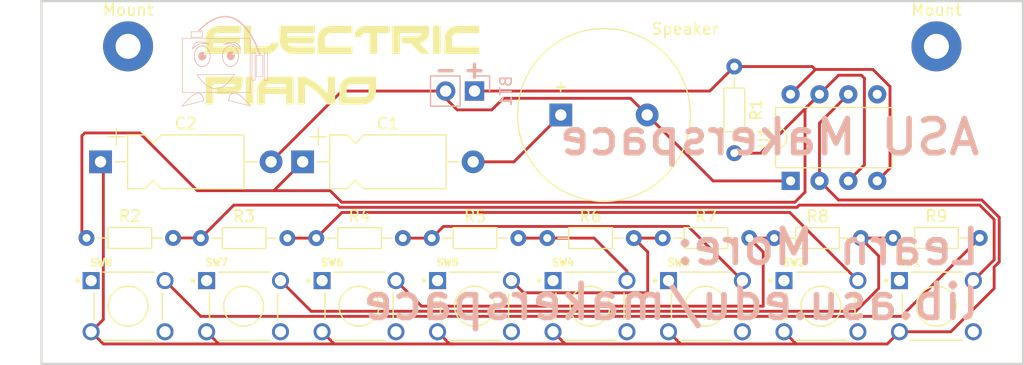
<source format=kicad_pcb>
(kicad_pcb (version 20211014) (generator pcbnew)
  (layers (0 "F.Cu" signal) (31 "B.Cu" signal) (34 "B.Paste" user) (35 "F.Paste" user) (36 "B.SilkS" user "B.Silkscreen") (37 "F.SilkS" user "F.Silkscreen") (38 "B.Mask" user) (39 "F.Mask" user) (44 "Edge.Cuts" user))
  (net 0 "")
  (net 1 "GND")
  (net 2 "+9V")
  (net 3 "Net-(R2-Pad2)")
  (net 4 "Net-(R3-Pad2)")
  (net 5 "Net-(R4-Pad2)")
  (net 6 "Net-(R5-Pad2)")
  (net 7 "Net-(R6-Pad2)")
  (net 8 "Net-(R7-Pad2)")
  (net 9 "Net-(R8-Pad2)")
  (net 10 "Net-(R9-Pad2)")
  (net 12 "Net-(C1-Pad1)")
  (net 13 "Net-(C1-Pad2)")
  (net 14 "Net-(C2-Pad1)")
  (footprint "1825910-6:SW_1825910-6-4" (layer "F.Cu") (at 129.54 139.7)
    (fp_text reference "SW6")
    (fp_text value "1825910-6")
  )
  (footprint "Resistor_THT:R_Axial_DIN0204_L3.6mm_D1.6mm_P7.62mm_Horizontal" (layer "F.Cu") (at 166.068282 133.711832)
    (fp_text reference "R8")
    (fp_text value "R")
  )
  (footprint "MountingHole:MountingHole_2.2mm_M2_Pad" (layer "F.Cu") (at 109.22 116.84)
    (fp_text reference "Mount")
    (fp_text value "MountingHole_2.2mm_M2_Pad")
  )
  (footprint "Capacitor_THT:CP_Axial_L10.0mm_D4.5mm_P15.00mm_Horizontal" (layer "F.Cu") (at 124.58 127)
    (fp_text reference "C1")
    (fp_text value "CAP")
  )
  (footprint "1825910-6:SW_1825910-6-4" (layer "F.Cu") (at 180.34 139.7)
    (fp_text reference "SW1")
    (fp_text value "1825910-6")
  )
  (footprint "Package_DIP:DIP-8_W7.62mm" (layer "F.Cu") (at 167.511421 128.681359 90)
    (fp_text reference "U1")
    (fp_text value "LM555xN")
  )
  (footprint "1825910-6:SW_1825910-6-4" (layer "F.Cu") (at 109.22 139.7)
    (fp_text reference "SW8")
    (fp_text value "1825910-6")
  )
  (footprint "1825910-6:SW_1825910-6-4" (layer "F.Cu") (at 119.38 139.7)
    (fp_text reference "SW7")
    (fp_text value "1825910-6")
  )
  (footprint "Resistor_THT:R_Axial_DIN0204_L3.6mm_D1.6mm_P7.62mm_Horizontal" (layer "F.Cu") (at 176.53 133.7)
    (fp_text reference "R9")
    (fp_text value "R")
  )
  (footprint "Capacitor_THT:CP_Axial_L10.0mm_D4.5mm_P15.00mm_Horizontal" (layer "F.Cu") (at 106.8 127)
    (fp_text reference "C2")
    (fp_text value "CAP")
  )
  (footprint "1825910-6:SW_1825910-6-4" (layer "F.Cu") (at 170.18 139.7)
    (fp_text reference "SW2")
    (fp_text value "1825910-6")
  )
  (footprint "Resistor_THT:R_Axial_DIN0204_L3.6mm_D1.6mm_P7.62mm_Horizontal" (layer "F.Cu") (at 156.258282 133.711832)
    (fp_text reference "R7")
    (fp_text value "R")
  )
  (footprint "MountingHole:MountingHole_2.2mm_M2_Pad" (layer "F.Cu") (at 180.34 116.84)
    (fp_text reference "Mount")
    (fp_text value "Mounting Hole")
  )
  (footprint "1825910-6:SW_1825910-6-4" (layer "F.Cu") (at 139.7 139.7)
    (fp_text reference "SW5")
    (fp_text value "1825910-6")
  )
  (footprint "Resistor_THT:R_Axial_DIN0204_L3.6mm_D1.6mm_P7.62mm_Horizontal" (layer "F.Cu") (at 125.778282 133.711832)
    (fp_text reference "R4")
    (fp_text value "R")
  )
  (footprint "Resistor_THT:R_Axial_DIN0204_L3.6mm_D1.6mm_P7.62mm_Horizontal" (layer "F.Cu") (at 162.56 118.618 -90)
    (fp_text reference "R1")
    (fp_text value "R")
  )
  (footprint "Resistor_THT:R_Axial_DIN0204_L3.6mm_D1.6mm_P7.62mm_Horizontal" (layer "F.Cu") (at 105.565184 133.699249)
    (fp_text reference "R2")
    (fp_text value "R")
  )
  (footprint "Buzzer_Beeper:Buzzer_15x7.5RM7.6" (layer "F.Cu") (at 147.292631 122.878259)
    (fp_text reference "Speaker")
    (fp_text value "Speaker")
  )
  (footprint "Resistor_THT:R_Axial_DIN0204_L3.6mm_D1.6mm_P7.62mm_Horizontal" (layer "F.Cu") (at 115.618282 133.711832)
    (fp_text reference "R3")
    (fp_text value "R")
  )
  (footprint "1825910-6:SW_1825910-6-4" (layer "F.Cu") (at 160.02 139.7)
    (fp_text reference "SW3")
    (fp_text value "1825910-6")
  )
  (footprint "Resistor_THT:R_Axial_DIN0204_L3.6mm_D1.6mm_P7.62mm_Horizontal" (layer "F.Cu") (at 135.938282 133.711832)
    (fp_text reference "R5")
    (fp_text value "R")
  )
  (footprint "1825910-6:SW_1825910-6-4" (layer "F.Cu") (at 149.86 139.7)
    (fp_text reference "SW4")
    (fp_text value "1825910-6")
  )
  (footprint "Resistor_THT:R_Axial_DIN0204_L3.6mm_D1.6mm_P7.62mm_Horizontal" (layer "F.Cu") (at 146.098282 133.711832)
    (fp_text reference "R6")
    (fp_text value "R")
  )
  (footprint "Connector_PinSocket_2.54mm:PinSocket_1x02_P2.54mm_Vertical" (layer "B.Cu") (at 139.7 120.772446 90)
    (fp_text reference "BT1")
    (fp_text value "Battery")
  )
  (gr_line (start 118.658474 120.949704) (end 118.738579 120.971577) (layer "B.SilkS") (width 0.0508))
  (gr_line (start 120.110336 117.396142) (end 120.403442 117.396142) (layer "B.SilkS") (width 0.0508))
  (gr_line (start 120.875909 117.620498) (end 120.792334 117.372905) (layer "B.SilkS") (width 0.0508))
  (gr_line (start 116.731573 114.437519) (end 116.428065 114.60609) (layer "B.SilkS") (width 0.0508))
  (gr_line (start 116.406761 117.399639) (end 116.417772 117.441995) (layer "B.SilkS") (width 0.0508))
  (gr_line (start 115.748882 116.801489) (end 115.784924 116.802675) (layer "B.SilkS") (width 0.0508))
  (gr_line (start 117.537336 117.602366) (end 117.54795 117.511854) (layer "B.SilkS") (width 0.0508))
  (gr_line (start 116.013982 116.5706) (end 115.939035 116.566989) (layer "B.SilkS") (width 0.0508))
  (gr_line (start 115.044202 116.910097) (end 114.989971 116.960488) (layer "B.SilkS") (width 0.0508))
  (gr_line (start 115.639963 121.056581) (end 115.59573 121.022897) (layer "B.SilkS") (width 0.0508))
  (gr_line (start 119.972408 122.079883) (end 119.972408 122.079883) (layer "B.SilkS") (width 0.0508))
  (gr_line (start 114.776275 116.038389) (end 114.776275 115.561359) (layer "B.SilkS") (width 0.0508))
  (gr_line (start 118.409132 118.578455) (end 118.375248 118.588634) (layer "B.SilkS") (width 0.0508))
  (gr_line (start 118.111822 116.521193) (end 118.00709 116.546878) (layer "B.SilkS") (width 0.0508))
  (gr_line (start 120.403442 117.396142) (end 120.403442 117.396142) (layer "B.SilkS") (width 0.0508))
  (gr_line (start 116.449259 117.713072) (end 116.445643 117.806276) (layer "B.SilkS") (width 0.0508))
  (gr_line (start 114.816577 121.224586) (end 114.698582 121.322011) (layer "B.SilkS") (width 0.0508))
  (gr_line (start 115.373024 119.44934) (end 115.459745 119.57372) (layer "B.SilkS") (width 0.0508))
  (gr_line (start 115.39705 115.404629) (end 115.659136 115.404629) (layer "B.SilkS") (width 0.0508))
  (gr_line (start 120.403442 119.822175) (end 120.110336 119.822175) (layer "B.SilkS") (width 0.0508))
  (gr_line (start 115.775498 116.463412) (end 115.873282 116.481487) (layer "B.SilkS") (width 0.0508))
  (gr_line (start 118.770326 116.573904) (end 118.719554 116.548669) (layer "B.SilkS") (width 0.0508))
  (gr_line (start 115.939035 116.566989) (end 115.8664 116.567714) (layer "B.SilkS") (width 0.0508))
  (gr_line (start 117.893893 116.618572) (end 117.971122 116.610306) (layer "B.SilkS") (width 0.0508))
  (gr_line (start 117.072289 120.55847) (end 117.212139 120.536612) (layer "B.SilkS") (width 0.0508))
  (gr_line (start 118.602642 116.509804) (end 118.536026 116.497151) (layer "B.SilkS") (width 0.0508))
  (gr_line (start 118.710991 116.783359) (end 118.798581 116.838846) (layer "B.SilkS") (width 0.0508))
  (gr_line (start 116.082724 118.514632) (end 116.052525 118.534764) (layer "B.SilkS") (width 0.0508))
  (gr_line (start 115.957153 116.842472) (end 115.989696 116.856804) (layer "B.SilkS") (width 0.0508))
  (gr_line (start 114.776275 115.561359) (end 115.752498 115.561359) (layer "B.SilkS") (width 0.0508))
  (gr_line (start 117.648828 116.67447) (end 117.732715 116.650337) (layer "B.SilkS") (width 0.0508))
  (gr_line (start 119.159831 114.844195) (end 118.97144 114.69241) (layer "B.SilkS") (width 0.0508))
  (gr_line (start 116.167929 118.443556) (end 116.14047 118.468971) (layer "B.SilkS") (width 0.0508))
  (gr_line (start 118.269214 121.07075) (end 118.308486 121.03153) (layer "B.SilkS") (width 0.0508))
  (gr_line (start 118.234097 118.607154) (end 118.198056 118.605968) (layer "B.SilkS") (width 0.0508))
  (gr_line (start 115.091004 118.026505) (end 115.079993 117.984149) (layer "B.SilkS") (width 0.0508))
  (gr_line (start 115.684424 116.452457) (end 115.775498 116.463412) (layer "B.SilkS") (width 0.0508))
  (gr_line (start 117.653334 118.205245) (end 117.635116 118.168259) (layer "B.SilkS") (width 0.0508))
  (gr_line (start 115.744058 121.186595) (end 115.713836 121.139493) (layer "B.SilkS") (width 0.0508))
  (gr_line (start 115.277965 118.387843) (end 115.253641 118.357659) (layer "B.SilkS") (width 0.0508))
  (gr_line (start 116.428065 114.60609) (end 116.113677 114.822663) (layer "B.SilkS") (width 0.0508))
  (gr_line (start 119.96776 120.90447) (end 119.96776 120.90447) (layer "B.SilkS") (width 0.0508))
  (gr_line (start 116.14047 116.957173) (end 116.167929 116.982588) (layer "B.SilkS") (width 0.0508))
  (gr_line (start 116.175681 114.842992) (end 115.854207 115.09328) (layer "B.SilkS") (width 0.0508))
  (gr_line (start 115.062735 117.896788) (end 115.056575 117.851897) (layer "B.SilkS") (width 0.0508))
  (gr_line (start 118.308486 121.03153) (end 118.352718 120.997846) (layer "B.SilkS") (width 0.0508))
  (gr_line (start 119.33752 115.011706) (end 119.159831 114.844195) (layer "B.SilkS") (width 0.0508))
  (gr_line (start 115.659136 115.404629) (end 115.659136 115.556988) (layer "B.SilkS") (width 0.0508))
  (gr_line (start 118.814861 118.205245) (end 118.774542 118.275422) (layer "B.SilkS") (width 0.0508))
  (gr_line (start 115.300943 119.335071) (end 115.300943 119.335071) (layer "B.SilkS") (width 0.0508))
  (gr_line (start 121.063698 119.503106) (end 120.512714 119.503106) (layer "B.SilkS") (width 0.0508))
  (gr_line (start 118.934474 117.69557) (end 118.934474 117.69557) (layer "B.SilkS") (width 0.0508))
  (gr_line (start 117.672861 118.240985) (end 117.653334 118.205245) (layer "B.SilkS") (width 0.0508))
  (gr_line (start 116.244124 117.068486) (end 116.267314 117.100144) (layer "B.SilkS") (width 0.0508))
  (gr_line (start 114.926412 121.144399) (end 114.816577 121.224586) (layer "B.SilkS") (width 0.0508))
  (gr_line (start 115.44524 116.891381) (end 115.476264 116.873126) (layer "B.SilkS") (width 0.0508))
  (gr_line (start 116.329646 117.203397) (end 116.347863 117.240383) (layer "B.SilkS") (width 0.0508))
  (gr_line (start 116.198361 120.307536) (end 116.309983 120.375897) (layer "B.SilkS") (width 0.0508))
  (gr_line (start 116.021501 118.553019) (end 115.989696 118.569341) (layer "B.SilkS") (width 0.0508))
  (gr_line (start 115.122767 121.031484) (end 115.028379 121.080386) (layer "B.SilkS") (width 0.0508))
  (gr_line (start 118.774542 117.115719) (end 118.795334 117.150156) (layer "B.SilkS") (width 0.0508))
  (gr_line (start 118.270139 118.605968) (end 118.234097 118.607154) (layer "B.SilkS") (width 0.0508))
  (gr_line (start 116.112054 118.492682) (end 116.082724 118.514632) (layer "B.SilkS") (width 0.0508))
  (gr_line (start 121.199965 119.844741) (end 121.199965 119.844741) (layer "B.SilkS") (width 0.0508))
  (gr_line (start 115.855543 118.614152) (end 115.820492 118.619949) (layer "B.SilkS") (width 0.0508))
  (gr_line (start 118.098744 121.456167) (end 118.121482 121.362763) (layer "B.SilkS") (width 0.0508))
  (gr_line (start 117.870927 118.475181) (end 117.84251 118.451469) (layer "B.SilkS") (width 0.0508))
  (gr_line (start 118.920245 117.879286) (end 118.902987 117.966647) (layer "B.SilkS") (width 0.0508))
  (gr_line (start 120.464864 116.775569) (end 120.286631 116.394799) (layer "B.SilkS") (width 0.0508))
  (gr_line (start 118.940901 116.949803) (end 118.995133 117.000194) (layer "B.SilkS") (width 0.0508))
  (gr_line (start 120.403442 117.396142) (end 120.403442 119.822175) (layer "B.SilkS") (width 0.0508))
  (gr_line (start 116.267314 117.100144) (end 116.289327 117.133221) (layer "B.SilkS") (width 0.0508))
  (gr_line (start 118.30068 116.492163) (end 118.209606 116.503117) (layer "B.SilkS") (width 0.0508))
  (gr_line (start 116.441189 117.574247) (end 116.445643 117.619868) (layer "B.SilkS") (width 0.0508))
  (gr_line (start 119.171663 114.764113) (end 118.9761 114.609616) (layer "B.SilkS") (width 0.0508))
  (gr_line (start 116.802433 120.551217) (end 116.935627 120.562826) (layer "B.SilkS") (width 0.0508))
  (gr_line (start 114.292734 121.72835) (end 114.139194 121.905363) (layer "B.SilkS") (width 0.0508))
  (gr_line (start 115.577246 119.726524) (end 115.723275 119.895448) (layer "B.SilkS") (width 0.0508))
  (gr_line (start 118.934474 117.69557) (end 118.930858 117.788774) (layer "B.SilkS") (width 0.0508))
  (gr_line (start 115.056575 117.851897) (end 115.052121 117.806276) (layer "B.SilkS") (width 0.0508))
  (gr_line (start 113.97604 122.104934) (end 113.97604 122.104934) (layer "B.SilkS") (width 0.0508))
  (gr_line (start 115.748882 118.624656) (end 115.748882 118.624656) (layer "B.SilkS") (width 0.0508))
  (gr_line (start 118.927743 116.702147) (end 118.894763 116.666967) (layer "B.SilkS") (width 0.0508))
  (gr_line (start 115.491218 120.976393) (end 115.430358 120.965701) (layer "B.SilkS") (width 0.0508))
  (gr_line (start 119.131871 121.199536) (end 119.249866 121.296961) (layer "B.SilkS") (width 0.0508))
  (gr_line (start 120.403442 119.822175) (end 120.403442 119.822175) (layer "B.SilkS") (width 0.0508))
  (gr_line (start 115.677273 116.806195) (end 115.712841 116.802675) (layer "B.SilkS") (width 0.0508))
  (gr_line (start 118.934474 117.69557) (end 118.934474 117.69557) (layer "B.SilkS") (width 0.0508))
  (gr_line (start 117.866845 114.265103) (end 117.612982 114.265115) (layer "B.SilkS") (width 0.0508))
  (gr_line (start 115.752498 115.561359) (end 115.752498 116.038389) (layer "B.SilkS") (width 0.0508))
  (gr_line (start 121.063698 117.624537) (end 121.063698 119.503106) (layer "B.SilkS") (width 0.0508))
  (gr_line (start 118.234097 116.783987) (end 118.234097 116.783987) (layer "B.SilkS") (width 0.0508))
  (gr_line (start 116.052525 116.891381) (end 116.082724 116.911512) (layer "B.SilkS") (width 0.0508))
  (gr_line (start 115.103544 118.067901) (end 115.091004 118.026505) (layer "B.SilkS") (width 0.0508))
  (gr_line (start 115.607732 116.820009) (end 115.642222 116.811993) (layer "B.SilkS") (width 0.0508))
  (gr_line (start 116.448348 117.666162) (end 116.449259 117.713072) (layer "B.SilkS") (width 0.0508))
  (gr_line (start 118.077486 121.605436) (end 118.077486 121.605436) (layer "B.SilkS") (width 0.0508))
  (gr_line (start 116.426484 120.435984) (end 116.54758 120.486258) (layer "B.SilkS") (width 0.0508))
  (gr_line (start 115.989696 118.569341) (end 115.957153 118.583673) (layer "B.SilkS") (width 0.0508))
  (gr_line (start 118.322418 116.632441) (end 118.38549 116.647339) (layer "B.SilkS") (width 0.0508))
  (gr_line (start 115.752498 116.038389) (end 115.752498 116.038389) (layer "B.SilkS") (width 0.0508))
  (gr_line (start 118.625685 116.939671) (end 118.653144 116.965087) (layer "B.SilkS") (width 0.0508))
  (gr_line (start 120.512714 119.503106) (end 120.512714 119.503106) (layer "B.SilkS") (width 0.0508))
  (gr_line (start 118.567717 119.298494) (end 118.567717 119.298494) (layer "B.SilkS") (width 0.0508))
  (gr_line (start 116.089931 116.540955) (end 116.209272 116.583323) (layer "B.SilkS") (width 0.0508))
  (gr_line (start 115.385711 116.933462) (end 115.415041 116.911512) (layer "B.SilkS") (width 0.0508))
  (gr_line (start 118.653144 116.965087) (end 118.679602 116.992149) (layer "B.SilkS") (width 0.0508))
  (gr_line (start 118.920069 121.055336) (end 119.022036 121.119349) (layer "B.SilkS") (width 0.0508))
  (gr_line (start 118.562307 114.446957) (end 118.341448 114.35876) (layer "B.SilkS") (width 0.0508))
  (gr_line (start 115.890033 116.820009) (end 115.923918 116.830188) (layer "B.SilkS") (width 0.0508))
  (gr_line (start 118.506716 118.535517) (end 118.47491 118.551839) (layer "B.SilkS") (width 0.0508))
  (gr_line (start 121.063698 117.624537) (end 121.063698 117.624537) (layer "B.SilkS") (width 0.0508))
  (gr_line (start 120.700498 117.375663) (end 120.602661 117.109819) (layer "B.SilkS") (width 0.0508))
  (gr_poly (pts (xy 120.689846 117.627) (xy 120.689854 117.627) (xy 120.689862 117.627001) (xy 120.68987 117.627003) (xy 120.689877 117.627004) (xy 120.689885 117.627007) (xy 120.689892 117.627009) (xy 120.689899 117.627012) (xy 120.689906 117.627015) (xy 120.689913 117.627019) (xy 120.68992 117.627022) (xy 120.689926 117.627026) (xy 120.689932 117.627031) (xy 120.689938 117.627036) (xy 120.689944 117.627041) (xy 120.68995 117.627046) (xy 120.689955 117.627051) (xy 120.68996 117.627057) (xy 120.689965 117.627063) (xy 120.689969 117.627069) (xy 120.689973 117.627076) (xy 120.689977 117.627082) (xy 120.689981 117.627089) (xy 120.689984 117.627096) (xy 120.689987 117.627103) (xy 120.689989 117.62711) (xy 120.689991 117.627118) (xy 120.689993 117.627126) (xy 120.689995 117.627133) (xy 120.689996 117.627141) (xy 120.689996 117.627149) (xy 120.689996 117.627157) (xy 120.689996 117.627165) (xy 120.689996 117.627173) (xy 120.689995 117.627181) (xy 120.689993 117.627189) (xy 120.689991 117.627197) (xy 120.689989 117.627204) (xy 120.689987 117.627212) (xy 120.689984 117.627219) (xy 120.689981 117.627226) (xy 120.689977 117.627233) (xy 120.689973 117.627239) (xy 120.689969 117.627246) (xy 120.689965 117.627252) (xy 120.68996 117.627258) (xy 120.689955 117.627263) (xy 120.68995 117.627269) (xy 120.689944 117.627274) (xy 120.689938 117.627279) (xy 120.689932 117.627284) (xy 120.689926 117.627288) (xy 120.68992 117.627292) (xy 120.689913 117.627296) (xy 120.689906 117.6273) (xy 120.689899 117.627303) (xy 120.689892 117.627306) (xy 120.689885 117.627308) (xy 120.689877 117.62731) (xy 120.68987 117.627312) (xy 120.689862 117.627313) (xy 120.689854 117.627314) (xy 120.689846 117.627315) (xy 120.689838 117.627315) (xy 120.68983 117.627315) (xy 120.689822 117.627314) (xy 120.689814 117.627313) (xy 120.689806 117.627312) (xy 120.689798 117.62731) (xy 120.689791 117.627308) (xy 120.689783 117.627306) (xy 120.689776 117.627303) (xy 120.689769 117.6273) (xy 120.689762 117.627296) (xy 120.689756 117.627292) (xy 120.689749 117.627288) (xy 120.689743 117.627284) (xy 120.689737 117.627279) (xy 120.689731 117.627274) (xy 120.689726 117.627269) (xy 120.68972 117.627263) (xy 120.689715 117.627258) (xy 120.689711 117.627252) (xy 120.689706 117.627246) (xy 120.689702 117.627239) (xy 120.689698 117.627233) (xy 120.689695 117.627226) (xy 120.689692 117.627219) (xy 120.689689 117.627212) (xy 120.689686 117.627204) (xy 120.689684 117.627197) (xy 120.689682 117.627189) (xy 120.689681 117.627181) (xy 120.68968 117.627173) (xy 120.689679 117.627165) (xy 120.689679 117.627157) (xy 120.689679 117.627149) (xy 120.68968 117.627141) (xy 120.689681 117.627133) (xy 120.689682 117.627126) (xy 120.689684 117.627118) (xy 120.689686 117.62711) (xy 120.689689 117.627103) (xy 120.689692 117.627096) (xy 120.689695 117.627089) (xy 120.689698 117.627082) (xy 120.689702 117.627076) (xy 120.689706 117.627069) (xy 120.689711 117.627063) (xy 120.689715 117.627057) (xy 120.68972 117.627051) (xy 120.689726 117.627046) (xy 120.689731 117.627041) (xy 120.689737 117.627036) (xy 120.689743 117.627031) (xy 120.689749 117.627026) (xy 120.689756 117.627022) (xy 120.689762 117.627019) (xy 120.689769 117.627015) (xy 120.689776 117.627012) (xy 120.689783 117.627009) (xy 120.689791 117.627007) (xy 120.689798 117.627004) (xy 120.689806 117.627003) (xy 120.689814 117.627001) (xy 120.689822 117.627) (xy 120.68983 117.627) (xy 120.689838 117.626999)) (layer "B.SilkS") (width 0.01) (fill solid))
  (gr_line (start 116.194387 117.00965) (end 116.2198 117.038302) (layer "B.SilkS") (width 0.0508))
  (gr_line (start 115.459745 119.57372) (end 115.577246 119.726524) (layer "B.SilkS") (width 0.0508))
  (gr_line (start 115.849704 121.481218) (end 115.826967 121.387814) (layer "B.SilkS") (width 0.0508))
  (gr_line (start 119.806957 115.581233) (end 119.661023 115.38296) (layer "B.SilkS") (width 0.0508))
  (gr_line (start 119.023512 116.850654) (end 119.004516 116.813335) (layer "B.SilkS") (width 0.0508))
  (gr_line (start 115.002723 116.736114) (end 115.028235 116.698888) (layer "B.SilkS") (width 0.0508))
  (gr_line (start 117.647993 120.350641) (end 117.797773 120.243392) (layer "B.SilkS") (width 0.0508))
  (gr_line (start 119.079741 117.01721) (end 119.064047 116.956547) (layer "B.SilkS") (width 0.0508))
  (gr_line (start 120.602661 117.109819) (end 120.464864 116.775569) (layer "B.SilkS") (width 0.0508))
  (gr_line (start 118.518091 120.940651) (end 118.585075 120.93975) (layer "B.SilkS") (width 0.0508))
  (gr_line (start 115.048505 117.713072) (end 115.052121 117.619868) (layer "B.SilkS") (width 0.0508))
  (gr_line (start 118.127437 118.59665) (end 118.092947 118.588634) (layer "B.SilkS") (width 0.0508))
  (gr_line (start 115.303377 117.00965) (end 115.329835 116.982588) (layer "B.SilkS") (width 0.0508))
  (gr_line (start 116.364728 118.147587) (end 116.329646 118.222747) (layer "B.SilkS") (width 0.0508))
  (gr_line (start 118.162488 116.788694) (end 118.198056 116.785173) (layer "B.SilkS") (width 0.0508))
  (gr_line (start 119.088593 117.065374) (end 119.079741 117.01721) (layer "B.SilkS") (width 0.0508))
  (gr_line (start 115.052121 117.619868) (end 115.062735 117.529356) (layer "B.SilkS") (width 0.0508))
  (gr_line (start 116.935627 120.562826) (end 117.072289 120.55847) (layer "B.SilkS") (width 0.0508))
  (gr_line (start 120.120724 115.940068) (end 119.846994 115.519685) (layer "B.SilkS") (width 0.0508))
  (gr_line (start 117.797773 120.243392) (end 117.949332 120.11095) (layer "B.SilkS") (width 0.0508))
  (gr_line (start 118.121482 121.362763) (end 118.155922 121.261719) (layer "B.SilkS") (width 0.0508))
  (gr_line (start 117.635116 118.168259) (end 117.618252 118.130085) (layer "B.SilkS") (width 0.0508))
  (gr_line (start 116.052525 118.534764) (end 116.021501 118.553019) (layer "B.SilkS") (width 0.0508))
  (gr_line (start 115.321366 116.487434) (end 115.382462 116.470099) (layer "B.SilkS") (width 0.0508))
  (gr_line (start 117.576968 114.191282) (end 117.306008 114.232969) (layer "B.SilkS") (width 0.0508))
  (gr_line (start 118.256659 119.764336) (end 118.411862 119.547088) (layer "B.SilkS") (width 0.0508))
  (gr_line (start 114.945497 116.847582) (end 114.961592 116.810948) (layer "B.SilkS") (width 0.0508))
  (gr_line (start 118.234612 121.114443) (end 118.269214 121.07075) (layer "B.SilkS") (width 0.0508))
  (gr_line (start 114.905363 116.977504) (end 114.921057 116.916841) (layer "B.SilkS") (width 0.0508))
  (gr_line (start 115.415041 118.514632) (end 115.385711 118.492682) (layer "B.SilkS") (width 0.0508))
  (gr_line (start 117.500272 120.434235) (end 117.647993 120.350641) (layer "B.SilkS") (width 0.0508))
  (gr_line (start 118.97144 114.69241) (end 118.772285 114.559085) (layer "B.SilkS") (width 0.0508))
  (gr_line (start 118.341448 114.35876) (end 118.109647 114.29723) (layer "B.SilkS") (width 0.0508))
  (gr_line (start 115.476264 116.873126) (end 115.508069 116.856804) (layer "B.SilkS") (width 0.0508))
  (gr_line (start 115.642222 118.614152) (end 115.607732 118.606136) (layer "B.SilkS") (width 0.0508))
  (gr_line (start 119.093389 117.108589) (end 119.088593 117.065374) (layer "B.SilkS") (width 0.0508))
  (gr_line (start 118.085383 121.533421) (end 118.098744 121.456167) (layer "B.SilkS") (width 0.0508))
  (gr_line (start 115.133037 118.147587) (end 115.11757 118.108281) (layer "B.SilkS") (width 0.0508))
  (gr_line (start 115.028235 116.698888) (end 115.057361 116.662441) (layer "B.SilkS") (width 0.0508))
  (gr_line (start 117.54179 117.834395) (end 117.537336 117.788774) (layer "B.SilkS") (width 0.0508))
  (gr_line (start 120.792334 117.372905) (end 120.687677 117.097659) (layer "B.SilkS") (width 0.0508))
  (gr_line (start 117.788593 116.992149) (end 117.815051 116.965087) (layer "B.SilkS") (width 0.0508))
  (gr_line (start 118.920245 117.511854) (end 118.926404 117.556745) (layer "B.SilkS") (width 0.0508))
  (gr_line (start 117.715666 118.308498) (end 117.693653 118.275422) (layer "B.SilkS") (width 0.0508))
  (gr_line (start 115.415041 116.911512) (end 115.44524 116.891381) (layer "B.SilkS") (width 0.0508))
  (gr_line (start 118.046069 116.606694) (end 118.118703 116.607419) (layer "B.SilkS") (width 0.0508))
  (gr_line (start 114.980588 116.77363) (end 115.002723 116.736114) (layer "B.SilkS") (width 0.0508))
  (gr_line (start 118.729339 118.340157) (end 118.679602 118.398992) (layer "B.SilkS") (width 0.0508))
  (gr_line (start 116.39422 118.067901) (end 116.364728 118.147587) (layer "B.SilkS") (width 0.0508))
  (gr_line (start 115.788393 115.090091) (end 115.452197 115.411229) (layer "B.SilkS") (width 0.0508))
  (gr_line (start 115.230451 118.326) (end 115.208437 118.292924) (layer "B.SilkS") (width 0.0508))
  (gr_line (start 120.286631 116.394799) (end 120.067488 115.989392) (layer "B.SilkS") (width 0.0508))
  (gr_line (start 117.775832 116.623029) (end 117.648828 116.67447) (layer "B.SilkS") (width 0.0508))
  (gr_line (start 118.930858 117.602366) (end 118.933563 117.64866) (layer "B.SilkS") (width 0.0508))
  (gr_line (start 119.249866 121.296961) (end 119.37631 121.412687) (layer "B.SilkS") (width 0.0508))
  (gr_line (start 120.512714 119.503106) (end 120.512714 117.624537) (layer "B.SilkS") (width 0.0508))
  (gr_line (start 118.077486 121.605436) (end 118.085383 121.533421) (layer "B.SilkS") (width 0.0508))
  (gr_line (start 116.54758 120.486258) (end 116.67299 120.525182) (layer "B.SilkS") (width 0.0508))
  (gr_line (start 119.093389 117.108589) (end 119.093389 117.108589) (layer "B.SilkS") (width 0.0508))
  (gr_line (start 115.659136 115.556988) (end 115.39705 115.556988) (layer "B.SilkS") (width 0.0508))
  (gr_line (start 116.194387 118.416494) (end 116.167929 118.443556) (layer "B.SilkS") (width 0.0508))
  (gr_line (start 118.45723 120.951343) (end 118.518091 120.940651) (layer "B.SilkS") (width 0.0508))
  (gr_line (start 116.021501 116.873126) (end 116.052525 116.891381) (layer "B.SilkS") (width 0.0508))
  (gr_line (start 116.417772 117.441995) (end 116.42721 117.485253) (layer "B.SilkS") (width 0.0508))
  (gr_line (start 115.607732 118.606136) (end 115.573847 118.595957) (layer "B.SilkS") (width 0.0508))
  (gr_line (start 118.849943 117.261056) (end 118.865409 117.300361) (layer "B.SilkS") (width 0.0508))
  (gr_line (start 117.306008 114.232969) (end 117.024215 114.314097) (layer "B.SilkS") (width 0.0508))
  (gr_line (start 115.826967 121.387814) (end 115.792527 121.286769) (layer "B.SilkS") (width 0.0508))
  (gr_line (start 113.990415 116.137105) (end 119.96776 116.137105) (layer "B.SilkS") (width 0.0508))
  (gr_line (start 114.436951 121.572829) (end 114.292734 121.72835) (layer "B.SilkS") (width 0.0508))
  (gr_line (start 117.53372 117.69557) (end 117.537336 117.602366) (layer "B.SilkS") (width 0.0508))
  (gr_line (start 115.728195 116.580904) (end 115.662686 116.592735) (layer "B.SilkS") (width 0.0508))
  (gr_line (start 115.863065 121.558471) (end 115.849704 121.481218) (layer "B.SilkS") (width 0.0508))
  (gr_line (start 119.661023 115.38296) (end 119.504564 115.192206) (layer "B.SilkS") (width 0.0508))
  (gr_line (start 115.430358 120.965701) (end 115.363373 120.9648) (layer "B.SilkS") (width 0.0508))
  (gr_line (start 118.902987 117.966647) (end 118.879435 118.050399) (layer "B.SilkS") (width 0.0508))
  (gr_line (start 121.493071 119.844741) (end 121.199965 119.844741) (layer "B.SilkS") (width 0.0508))
  (gr_line (start 118.162488 118.602447) (end 118.127437 118.59665) (layer "B.SilkS") (width 0.0508))
  (gr_line (start 119.96776 120.90447) (end 113.990415 120.90447) (layer "B.SilkS") (width 0.0508))
  (gr_line (start 116.380195 117.317863) (end 116.39422 117.358243) (layer "B.SilkS") (width 0.0508))
  (gr_line (start 118.653144 118.426054) (end 118.625685 118.451469) (layer "B.SilkS") (width 0.0508))
  (gr_line (start 115.659136 115.556988) (end 115.659136 115.556988) (layer "B.SilkS") (width 0.0508))
  (gr_line (start 118.20439 121.161545) (end 118.234612 121.114443) (layer "B.SilkS") (width 0.0508))
  (gr_line (start 115.253641 117.068486) (end 115.303377 117.00965) (layer "B.SilkS") (width 0.0508))
  (gr_line (start 119.37631 121.412687) (end 119.511496 121.547779) (layer "B.SilkS") (width 0.0508))
  (gr_line (start 117.602785 118.090779) (end 117.58876 118.050399) (layer "B.SilkS") (width 0.0508))
  (gr_line (start 118.865409 117.300361) (end 118.879435 117.340741) (layer "B.SilkS") (width 0.0508))
  (gr_line (start 115.382462 116.470099) (end 115.449078 116.457446) (layer "B.SilkS") (width 0.0508))
  (gr_line (start 115.508069 118.569341) (end 115.476264 118.553019) (layer "B.SilkS") (width 0.0508))
  (gr_line (start 115.59573 121.022897) (end 115.546245 120.995813) (layer "B.SilkS") (width 0.0508))
  (gr_line (start 115.329835 116.982588) (end 115.357295 116.957173) (layer "B.SilkS") (width 0.0508))
  (gr_line (start 117.971122 116.610306) (end 118.046069 116.606694) (layer "B.SilkS") (width 0.0508))
  (gr_line (start 115.303377 118.416494) (end 115.277965 118.387843) (layer "B.SilkS") (width 0.0508))
  (gr_line (start 116.336276 116.634765) (end 116.336276 116.634765) (layer "B.SilkS") (width 0.0508))
  (gr_line (start 118.234097 118.607154) (end 118.234097 118.607154) (layer "B.SilkS") (width 0.0508))
  (gr_line (start 118.411862 119.547088) (end 118.567717 119.298494) (layer "B.SilkS") (width 0.0508))
  (gr_line (start 115.957153 118.583673) (end 115.923918 118.595957) (layer "B.SilkS") (width 0.0508))
  (gr_line (start 117.83711 114.186182) (end 117.576968 114.191282) (layer "B.SilkS") (width 0.0508))
  (gr_line (start 117.618252 117.261056) (end 117.653334 117.185896) (layer "B.SilkS") (width 0.0508))
  (gr_line (start 120.778197 117.6146) (end 120.700498 117.375663) (layer "B.SilkS") (width 0.0508))
  (gr_line (start 116.082724 116.911512) (end 116.112054 116.933462) (layer "B.SilkS") (width 0.0508))
  (gr_line (start 119.96776 116.137105) (end 119.96776 120.90447) (layer "B.SilkS") (width 0.0508))
  (gr_line (start 118.729339 117.050984) (end 118.752529 117.082642) (layer "B.SilkS") (width 0.0508))
  (gr_line (start 116.091898 120.232439) (end 116.198361 120.307536) (layer "B.SilkS") (width 0.0508))
  (gr_line (start 119.530682 115.12009) (end 119.356519 114.935223) (layer "B.SilkS") (width 0.0508))
  (gr_line (start 118.47491 116.839302) (end 118.506716 116.855624) (layer "B.SilkS") (width 0.0508))
  (gr_line (start 116.309983 120.375897) (end 116.426484 120.435984) (layer "B.SilkS") (width 0.0508))
  (gr_line (start 113.990415 120.90447) (end 113.990415 116.137105) (layer "B.SilkS") (width 0.0508))
  (gr_line (start 117.071838 114.372495) (end 116.784437 114.485335) (layer "B.SilkS") (width 0.0508))
  (gr_line (start 118.209606 116.503117) (end 118.111822 116.521193) (layer "B.SilkS") (width 0.0508))
  (gr_line (start 117.612982 114.265115) (end 117.348 114.3) (layer "B.SilkS") (width 0.0508))
  (gr_line (start 116.417772 117.984149) (end 116.39422 118.067901) (layer "B.SilkS") (width 0.0508))
  (gr_line (start 118.894763 116.666967) (end 118.857693 116.633541) (layer "B.SilkS") (width 0.0508))
  (gr_line (start 115.539011 116.625281) (end 115.480907 116.645361) (layer "B.SilkS") (width 0.0508))
  (gr_line (start 116.113677 114.822663) (end 115.788393 115.090091) (layer "B.SilkS") (width 0.0508))
  (gr_line (start 118.506716 116.855624) (end 118.53774 116.873879) (layer "B.SilkS") (width 0.0508))
  (gr_line (start 118.198056 118.605968) (end 118.162488 118.602447) (layer "B.SilkS") (width 0.0508))
  (gr_line (start 115.208437 117.133221) (end 115.253641 117.068486) (layer "B.SilkS") (width 0.0508))
  (gr_line (start 118.816293 116.602357) (end 118.770326 116.573904) (layer "B.SilkS") (width 0.0508))
  (gr_line (start 118.375248 116.802507) (end 118.409132 116.812686) (layer "B.SilkS") (width 0.0508))
  (gr_line (start 115.79611 116.572458) (end 115.728195 116.580904) (layer "B.SilkS") (width 0.0508))
  (gr_line (start 115.480907 116.645361) (end 115.372323 116.691547) (layer "B.SilkS") (width 0.0508))
  (gr_line (start 118.825681 121.006434) (end 118.920069 121.055336) (layer "B.SilkS") (width 0.0508))
  (gr_line (start 119.511496 121.547779) (end 119.655714 121.703299) (layer "B.SilkS") (width 0.0508))
  (gr_line (start 116.112054 116.933462) (end 116.14047 116.957173) (layer "B.SilkS") (width 0.0508))
  (gr_line (start 116.39422 117.358243) (end 116.406761 117.399639) (layer "B.SilkS") (width 0.0508))
  (gr_line (start 116.449259 117.713072) (end 116.449259 117.713072) (layer "B.SilkS") (width 0.0508))
  (gr_line (start 118.53774 118.517262) (end 118.506716 118.535517) (layer "B.SilkS") (width 0.0508))
  (gr_line (start 118.463652 116.489668) (end 118.385283 116.487843) (layer "B.SilkS") (width 0.0508))
  (gr_line (start 117.537336 117.788774) (end 117.534632 117.74248) (layer "B.SilkS") (width 0.0508))
  (gr_line (start 117.576219 118.009003) (end 117.565208 117.966647) (layer "B.SilkS") (width 0.0508))
  (gr_line (start 114.776275 116.038389) (end 114.776275 116.038389) (layer "B.SilkS") (width 0.0508))
  (gr_line (start 115.39705 115.556988) (end 115.39705 115.556988) (layer "B.SilkS") (width 0.0508))
  (gr_line (start 120.687677 117.097659) (end 120.54094 116.751884) (layer "B.SilkS") (width 0.0508))
  (gr_line (start 118.025827 118.566171) (end 117.993284 118.551839) (layer "B.SilkS") (width 0.0508))
  (gr_line (start 118.738579 120.971577) (end 118.825681 121.006434) (layer "B.SilkS") (width 0.0508))
  (gr_line (start 118.567717 119.298494) (end 115.300943 119.335071) (layer "B.SilkS") (width 0.0508))
  (gr_line (start 118.912425 117.467751) (end 118.920245 117.511854) (layer "B.SilkS") (width 0.0508))
  (gr_line (start 117.895173 116.580661) (end 117.775832 116.623029) (layer "B.SilkS") (width 0.0508))
  (gr_line (start 115.357295 116.957173) (end 115.385711 116.933462) (layer "B.SilkS") (width 0.0508))
  (gr_line (start 116.329646 118.222747) (end 116.289327 118.292924) (layer "B.SilkS") (width 0.0508))
  (gr_line (start 116.09121 116.578867) (end 116.013982 116.5706) (layer "B.SilkS") (width 0.0508))
  (gr_line (start 117.54795 117.511854) (end 117.565208 117.424493) (layer "B.SilkS") (width 0.0508))
  (gr_line (start 117.58876 117.340741) (end 117.618252 117.261056) (layer "B.SilkS") (width 0.0508))
  (gr_line (start 116.445643 117.619868) (end 116.448348 117.666162) (layer "B.SilkS") (width 0.0508))
  (gr_line (start 115.028379 121.080386) (end 114.926412 121.144399) (layer "B.SilkS") (width 0.0508))
  (gr_line (start 119.972408 122.079883) (end 118.077486 121.605436) (layer "B.SilkS") (width 0.0508))
  (gr_line (start 119.022036 121.119349) (end 119.131871 121.199536) (layer "B.SilkS") (width 0.0508))
  (gr_line (start 115.599821 116.448137) (end 115.684424 116.452457) (layer "B.SilkS") (width 0.0508))
  (gr_line (start 118.402203 120.970763) (end 118.45723 120.951343) (layer "B.SilkS") (width 0.0508))
  (gr_line (start 118.772285 114.559085) (end 118.562307 114.446957) (layer "B.SilkS") (width 0.0508))
  (gr_line (start 113.990415 120.90447) (end 113.990415 120.90447) (layer "B.SilkS") (width 0.0508))
  (gr_line (start 115.168119 117.203397) (end 115.208437 117.133221) (layer "B.SilkS") (width 0.0508))
  (gr_line (start 117.648828 116.67447) (end 117.648828 116.67447) (layer "B.SilkS") (width 0.0508))
  (gr_line (start 115.784924 116.802675) (end 115.820492 116.806195) (layer "B.SilkS") (width 0.0508))
  (gr_line (start 119.809254 121.880313) (end 119.972408 122.079883) (layer "B.SilkS") (width 0.0508))
  (gr_line (start 116.14047 118.468971) (end 116.112054 118.492682) (layer "B.SilkS") (width 0.0508))
  (gr_line (start 119.356519 114.935223) (end 119.171663 114.764113) (layer "B.SilkS") (width 0.0508))
  (gr_line (start 118.769812 114.474584) (end 118.552785 114.361871) (layer "B.SilkS") (width 0.0508))
  (gr_line (start 118.188994 116.612164) (end 118.256909 116.62061) (layer "B.SilkS") (width 0.0508))
  (gr_line (start 115.752498 115.561359) (end 115.752498 115.561359) (layer "B.SilkS") (width 0.0508))
  (gr_line (start 118.305707 118.602447) (end 118.270139 118.605968) (layer "B.SilkS") (width 0.0508))
  (gr_line (start 116.347863 117.240383) (end 116.364728 117.278558) (layer "B.SilkS") (width 0.0508))
  (gr_line (start 119.972408 122.079883) (end 119.972408 122.079883) (layer "B.SilkS") (width 0.0508))
  (gr_line (start 118.059062 118.578455) (end 118.025827 118.566171) (layer "B.SilkS") (width 0.0508))
  (gr_line (start 118.891976 117.382137) (end 118.902987 117.424493) (layer "B.SilkS") (width 0.0508))
  (gr_line (start 116.784437 114.485335) (end 116.485738 114.641255) (layer "B.SilkS") (width 0.0508))
  (gr_line (start 118.567938 118.49713) (end 118.53774 118.517262) (layer "B.SilkS") (width 0.0508))
  (gr_line (start 114.989971 116.960488) (end 114.916611 117.038399) (layer "B.SilkS") (width 0.0508))
  (gr_line (start 115.289974 120.974754) (end 115.209869 120.996628) (layer "B.SilkS") (width 0.0508))
  (gr_line (start 114.891715 117.068883) (end 114.896511 117.025668) (layer "B.SilkS") (width 0.0508))
  (gr_line (start 115.854207 115.09328) (end 115.521256 115.394855) (layer "B.SilkS") (width 0.0508))
  (gr_line (start 117.693653 117.115719) (end 117.738856 117.050984) (layer "B.SilkS") (width 0.0508))
  (gr_line (start 115.677273 118.619949) (end 115.642222 118.614152) (layer "B.SilkS") (width 0.0508))
  (gr_line (start 118.567717 119.298494) (end 118.567717 119.298494) (layer "B.SilkS") (width 0.0508))
  (gr_line (start 114.698582 121.322011) (end 114.572137 121.437737) (layer "B.SilkS") (width 0.0508))
  (gr_line (start 115.748882 118.624656) (end 115.712841 118.62347) (layer "B.SilkS") (width 0.0508))
  (gr_line (start 115.573847 118.595957) (end 115.540612 118.583673) (layer "B.SilkS") (width 0.0508))
  (gr_line (start 117.814414 116.63181) (end 117.893893 116.618572) (layer "B.SilkS") (width 0.0508))
  (gr_line (start 118.092947 116.802507) (end 118.127437 116.794491) (layer "B.SilkS") (width 0.0508))
  (gr_line (start 117.653334 117.185896) (end 117.693653 117.115719) (layer "B.SilkS") (width 0.0508))
  (gr_line (start 115.890033 118.606136) (end 115.855543 118.614152) (layer "B.SilkS") (width 0.0508))
  (gr_line (start 121.493071 117.418708) (end 121.493071 117.418708) (layer "B.SilkS") (width 0.0508))
  (gr_line (start 116.244124 118.357659) (end 116.194387 118.416494) (layer "B.SilkS") (width 0.0508))
  (gr_line (start 118.305707 116.788694) (end 118.340758 116.794491) (layer "B.SilkS") (width 0.0508))
  (gr_line (start 118.155922 121.261719) (end 118.178257 121.210991) (layer "B.SilkS") (width 0.0508))
  (gr_line (start 115.662686 116.592735) (end 115.599614 116.607633) (layer "B.SilkS") (width 0.0508))
  (gr_line (start 115.329835 118.443556) (end 115.303377 118.416494) (layer "B.SilkS") (width 0.0508))
  (gr_line (start 115.508069 116.856804) (end 115.540612 116.842472) (layer "B.SilkS") (width 0.0508))
  (gr_line (start 119.846994 115.519685) (end 119.694169 115.315862) (layer "B.SilkS") (width 0.0508))
  (gr_line (start 115.923918 118.595957) (end 115.890033 118.606136) (layer "B.SilkS") (width 0.0508))
  (gr_line (start 115.39705 115.556988) (end 115.39705 115.404629) (layer "B.SilkS") (width 0.0508))
  (gr_line (start 118.567938 116.89401) (end 118.597268 116.91596) (layer "B.SilkS") (width 0.0508))
  (gr_line (start 115.820492 118.619949) (end 115.784924 118.62347) (layer "B.SilkS") (width 0.0508))
  (gr_line (start 115.792527 121.286769) (end 115.770191 121.236042) (layer "B.SilkS") (width 0.0508))
  (gr_line (start 118.256909 116.62061) (end 118.322418 116.632441) (layer "B.SilkS") (width 0.0508))
  (gr_line (start 118.086449 114.214816) (end 117.83711 114.186182) (layer "B.SilkS") (width 0.0508))
  (gr_line (start 121.493071 117.418708) (end 121.493071 119.844741) (layer "B.SilkS") (width 0.0508))
  (gr_line (start 115.052121 117.806276) (end 115.049417 117.759982) (layer "B.SilkS") (width 0.0508))
  (gr_line (start 115.274112 116.743654) (end 115.186522 116.799141) (layer "B.SilkS") (width 0.0508))
  (gr_line (start 116.289327 118.292924) (end 116.244124 118.357659) (layer "B.SilkS") (width 0.0508))
  (gr_line (start 115.712841 116.802675) (end 115.748882 116.801489) (layer "B.SilkS") (width 0.0508))
  (gr_line (start 115.253641 118.357659) (end 115.230451 118.326) (layer "B.SilkS") (width 0.0508))
  (gr_line (start 118.442368 118.566171) (end 118.409132 118.578455) (layer "B.SilkS") (width 0.0508))
  (gr_line (start 121.199965 119.844741) (end 121.199965 117.418708) (layer "B.SilkS") (width 0.0508))
  (gr_line (start 115.820492 116.806195) (end 115.855543 116.811993) (layer "B.SilkS") (width 0.0508))
  (gr_line (start 121.063698 119.503106) (end 121.063698 119.503106) (layer "B.SilkS") (width 0.0508))
  (gr_line (start 116.336276 116.634765) (end 116.252389 116.610631) (layer "B.SilkS") (width 0.0508))
  (gr_line (start 118.857693 116.633541) (end 118.816293 116.602357) (layer "B.SilkS") (width 0.0508))
  (gr_line (start 117.565208 117.966647) (end 117.55577 117.923389) (layer "B.SilkS") (width 0.0508))
  (gr_line (start 118.61278 116.731253) (end 118.710991 116.783359) (layer "B.SilkS") (width 0.0508))
  (gr_line (start 118.774542 118.275422) (end 118.729339 118.340157) (layer "B.SilkS") (width 0.0508))
  (gr_line (start 113.97604 122.104934) (end 115.870963 121.630486) (layer "B.SilkS") (width 0.0508))
  (gr_line (start 115.057361 116.662441) (end 115.090341 116.627261) (layer "B.SilkS") (width 0.0508))
  (gr_line (start 117.738856 118.340157) (end 117.715666 118.308498) (layer "B.SilkS") (width 0.0508))
  (gr_line (start 115.752498 116.038389) (end 114.776275 116.038389) (layer "B.SilkS") (width 0.0508))
  (gr_line (start 117.534632 117.74248) (end 117.53372 117.69557) (layer "B.SilkS") (width 0.0508))
  (gr_line (start 116.445643 117.806276) (end 116.43503 117.896788) (layer "B.SilkS") (width 0.0508))
  (gr_line (start 118.625685 118.451469) (end 118.597268 118.475181) (layer "B.SilkS") (width 0.0508))
  (gr_line (start 120.351998 116.358411) (end 120.120724 115.940068) (layer "B.SilkS") (width 0.0508))
  (gr_line (start 115.214778 116.534198) (end 115.26555 116.508963) (layer "B.SilkS") (width 0.0508))
  (gr_line (start 118.705015 117.0208) (end 118.729339 117.050984) (layer "B.SilkS") (width 0.0508))
  (gr_line (start 120.512714 117.624537) (end 121.063698 117.624537) (layer "B.SilkS") (width 0.0508))
  (gr_line (start 114.139194 121.905363) (end 113.97604 122.104934) (layer "B.SilkS") (width 0.0508))
  (gr_line (start 116.364728 117.278558) (end 116.380195 117.317863) (layer "B.SilkS") (width 0.0508))
  (gr_line (start 115.186522 116.799141) (end 115.109802 116.855468) (layer "B.SilkS") (width 0.0508))
  (gr_line (start 117.900256 118.49713) (end 117.870927 118.475181) (layer "B.SilkS") (width 0.0508))
  (gr_line (start 117.024215 114.314097) (end 116.731573 114.437519) (layer "B.SilkS") (width 0.0508))
  (gr_line (start 117.961479 116.855624) (end 117.993284 116.839302) (layer "B.SilkS") (width 0.0508))
  (gr_line (start 115.540612 118.583673) (end 115.508069 118.569341) (layer "B.SilkS") (width 0.0508))
  (gr_line (start 114.921057 116.916841) (end 114.945497 116.847582) (layer "B.SilkS") (width 0.0508))
  (gr_line (start 118.340758 118.59665) (end 118.305707 118.602447) (layer "B.SilkS") (width 0.0508))
  (gr_line (start 118.902987 117.424493) (end 118.912425 117.467751) (layer "B.SilkS") (width 0.0508))
  (gr_line (start 118.679602 118.398992) (end 118.653144 118.426054) (layer "B.SilkS") (width 0.0508))
  (gr_line (start 117.618252 118.130085) (end 117.602785 118.090779) (layer "B.SilkS") (width 0.0508))
  (gr_line (start 115.357295 118.468971) (end 115.329835 118.443556) (layer "B.SilkS") (width 0.0508))
  (gr_line (start 118.814861 117.185896) (end 118.833078 117.222881) (layer "B.SilkS") (width 0.0508))
  (gr_line (start 115.385711 118.492682) (end 115.357295 118.468971) (layer "B.SilkS") (width 0.0508))
  (gr_line (start 118.933563 117.64866) (end 118.934474 117.69557) (layer "B.SilkS") (width 0.0508))
  (gr_line (start 118.102388 119.951778) (end 118.256659 119.764336) (layer "B.SilkS") (width 0.0508))
  (gr_line (start 115.049417 117.759982) (end 115.048505 117.713072) (layer "B.SilkS") (width 0.0508))
  (gr_line (start 115.363373 120.9648) (end 115.289974 120.974754) (layer "B.SilkS") (width 0.0508))
  (gr_line (start 118.585075 120.93975) (end 118.658474 120.949704) (layer "B.SilkS") (width 0.0508))
  (gr_line (start 118.798581 116.838846) (end 118.875301 116.895174) (layer "B.SilkS") (width 0.0508))
  (gr_line (start 117.53372 117.69557) (end 117.53372 117.69557) (layer "B.SilkS") (width 0.0508))
  (gr_line (start 116.2198 117.038302) (end 116.244124 117.068486) (layer "B.SilkS") (width 0.0508))
  (gr_line (start 118.663739 116.527139) (end 118.602642 116.509804) (layer "B.SilkS") (width 0.0508))
  (gr_line (start 117.55577 117.923389) (end 117.54795 117.879286) (layer "B.SilkS") (width 0.0508))
  (gr_line (start 116.167929 116.982588) (end 116.194387 117.00965) (layer "B.SilkS") (width 0.0508))
  (gr_line (start 113.97604 122.104934) (end 113.97604 122.104934) (layer "B.SilkS") (width 0.0508))
  (gr_line (start 115.070555 117.940891) (end 115.062735 117.896788) (layer "B.SilkS") (width 0.0508))
  (gr_line (start 115.079993 117.984149) (end 115.070555 117.940891) (layer "B.SilkS") (width 0.0508))
  (gr_line (start 115.659136 115.404629) (end 115.659136 115.404629) (layer "B.SilkS") (width 0.0508))
  (gr_line (start 117.732715 116.650337) (end 117.814414 116.63181) (layer "B.SilkS") (width 0.0508))
  (gr_line (start 117.815051 118.426054) (end 117.788593 118.398992) (layer "B.SilkS") (width 0.0508))
  (gr_line (start 115.372323 116.691547) (end 115.274112 116.743654) (layer "B.SilkS") (width 0.0508))
  (gr_line (start 118.956869 116.738594) (end 118.927743 116.702147) (layer "B.SilkS") (width 0.0508))
  (gr_line (start 116.449259 117.713072) (end 116.449259 117.713072) (layer "B.SilkS") (width 0.0508))
  (gr_line (start 121.199965 117.418708) (end 121.493071 117.418708) (layer "B.SilkS") (width 0.0508))
  (gr_line (start 118.059062 116.812686) (end 118.092947 116.802507) (layer "B.SilkS") (width 0.0508))
  (gr_line (start 115.712841 118.62347) (end 115.677273 118.619949) (layer "B.SilkS") (width 0.0508))
  (gr_line (start 120.110336 119.822175) (end 120.110336 117.396142) (layer "B.SilkS") (width 0.0508))
  (gr_line (start 118.178257 121.210991) (end 118.20439 121.161545) (layer "B.SilkS") (width 0.0508))
  (gr_line (start 115.168119 118.222747) (end 115.149901 118.185761) (layer "B.SilkS") (width 0.0508))
  (gr_line (start 115.679234 121.095801) (end 115.639963 121.056581) (layer "B.SilkS") (width 0.0508))
  (gr_line (start 115.109802 116.855468) (end 115.044202 116.910097) (layer "B.SilkS") (width 0.0508))
  (gr_line (start 115.44524 118.534764) (end 115.415041 118.514632) (layer "B.SilkS") (width 0.0508))
  (gr_line (start 116.43503 117.529356) (end 116.441189 117.574247) (layer "B.SilkS") (width 0.0508))
  (gr_line (start 115.978014 116.507172) (end 116.089931 116.540955) (layer "B.SilkS") (width 0.0508))
  (gr_line (start 116.209272 116.583323) (end 116.336276 116.634765) (layer "B.SilkS") (width 0.0508))
  (gr_line (start 119.004516 116.813335) (end 118.982381 116.775819) (layer "B.SilkS") (width 0.0508))
  (gr_line (start 115.642222 116.811993) (end 115.677273 116.806195) (layer "B.SilkS") (width 0.0508))
  (gr_line (start 116.43503 117.896788) (end 116.417772 117.984149) (layer "B.SilkS") (width 0.0508))
  (gr_line (start 118.109647 114.29723) (end 117.866845 114.265103) (layer "B.SilkS") (width 0.0508))
  (gr_line (start 115.723275 119.895448) (end 115.895577 120.068188) (layer "B.SilkS") (width 0.0508))
  (gr_line (start 118.795334 117.150156) (end 118.814861 117.185896) (layer "B.SilkS") (width 0.0508))
  (gr_line (start 120.110336 119.822175) (end 120.110336 119.822175) (layer "B.SilkS") (width 0.0508))
  (gr_line (start 118.118703 116.607419) (end 118.188994 116.612164) (layer "B.SilkS") (width 0.0508))
  (gr_line (start 118.270139 116.785173) (end 118.305707 116.788694) (layer "B.SilkS") (width 0.0508))
  (gr_line (start 115.062735 117.529356) (end 115.079993 117.441995) (layer "B.SilkS") (width 0.0508))
  (gr_line (start 117.993284 118.551839) (end 117.961479 118.535517) (layer "B.SilkS") (width 0.0508))
  (gr_line (start 118.442368 116.82497) (end 118.47491 116.839302) (layer "B.SilkS") (width 0.0508))
  (gr_line (start 118.38549 116.647339) (end 118.446093 116.664986) (layer "B.SilkS") (width 0.0508))
  (gr_line (start 117.993284 116.839302) (end 118.025827 116.82497) (layer "B.SilkS") (width 0.0508))
  (gr_line (start 121.493071 119.844741) (end 121.493071 119.844741) (layer "B.SilkS") (width 0.0508))
  (gr_line (start 115.989696 116.856804) (end 116.021501 116.873126) (layer "B.SilkS") (width 0.0508))
  (gr_line (start 118.9761 114.609616) (end 118.769812 114.474584) (layer "B.SilkS") (width 0.0508))
  (gr_line (start 118.552785 114.361871) (end 118.325003 114.27433) (layer "B.SilkS") (width 0.0508))
  (gr_line (start 115.103544 117.358243) (end 115.133037 117.278558) (layer "B.SilkS") (width 0.0508))
  (gr_line (start 119.068493 117.078104) (end 119.093389 117.108589) (layer "B.SilkS") (width 0.0508))
  (gr_line (start 118.719554 116.548669) (end 118.663739 116.527139) (layer "B.SilkS") (width 0.0508))
  (gr_line (start 114.891715 117.068883) (end 114.891715 117.068883) (layer "B.SilkS") (width 0.0508))
  (gr_line (start 118.375248 118.588634) (end 118.340758 118.59665) (layer "B.SilkS") (width 0.0508))
  (gr_line (start 115.208437 118.292924) (end 115.187645 118.258487) (layer "B.SilkS") (width 0.0508))
  (gr_line (start 114.916611 117.038399) (end 114.891715 117.068883) (layer "B.SilkS") (width 0.0508))
  (gr_line (start 117.949332 120.11095) (end 118.102388 119.951778) (layer "B.SilkS") (width 0.0508))
  (gr_line (start 116.42721 117.485253) (end 116.43503 117.529356) (layer "B.SilkS") (width 0.0508))
  (gr_line (start 115.990876 120.152143) (end 116.091898 120.232439) (layer "B.SilkS") (width 0.0508))
  (gr_line (start 117.84251 118.451469) (end 117.815051 118.426054) (layer "B.SilkS") (width 0.0508))
  (gr_line (start 118.879435 118.050399) (end 118.849943 118.130085) (layer "B.SilkS") (width 0.0508))
  (gr_line (start 117.930455 118.517262) (end 117.900256 118.49713) (layer "B.SilkS") (width 0.0508))
  (gr_line (start 118.833078 117.222881) (end 118.849943 117.261056) (layer "B.SilkS") (width 0.0508))
  (gr_poly (pts (xy 115.767265 117.330966) (xy 115.785057 117.332424) (xy 115.802589 117.334824) (xy 115.819841 117.338144) (xy 115.836791 117.342358) (xy 115.853415 117.347444) (xy 115.869693 117.353378) (xy 115.885602 117.360136) (xy 115.901121 117.367695) (xy 115.916226 117.37603) (xy 115.930897 117.385118) (xy 115.945111 117.394936) (xy 115.958847 117.405459) (xy 115.972081 117.416664) (xy 115.984793 117.428527) (xy 115.99696 117.441024) (xy 116.00856 117.454132) (xy 116.019571 117.467827) (xy 116.029971 117.482086) (xy 116.039738 117.496884) (xy 116.048851 117.512197) (xy 116.057286 117.528003) (xy 116.065023 117.544278) (xy 116.072039 117.560997) (xy 116.078312 117.578137) (xy 116.083819 117.595674) (xy 116.08854 117.613585) (xy 116.092452 117.631846) (xy 116.095533 117.650432) (xy 116.097761 117.669321) (xy 116.099114 117.688489) (xy 116.09957 117.707912) (xy 116.099114 117.727335) (xy 116.097761 117.746503) (xy 116.095533 117.765392) (xy 116.092452 117.783979) (xy 116.08854 117.80224) (xy 116.083819 117.82015) (xy 116.078312 117.837688) (xy 116.072039 117.854828) (xy 116.065023 117.871547) (xy 116.057286 117.887821) (xy 116.048851 117.903627) (xy 116.039738 117.918941) (xy 116.029971 117.933739) (xy 116.019571 117.947997) (xy 116.00856 117.961692) (xy 115.99696 117.9748) (xy 115.984793 117.987298) (xy 115.972081 117.999161) (xy 115.958847 118.010366) (xy 115.945111 118.020889) (xy 115.930897 118.030706) (xy 115.916226 118.039794) (xy 115.901121 118.04813) (xy 115.885602 118.055688) (xy 115.869693 118.062446) (xy 115.853415 118.06838) (xy 115.836791 118.073466) (xy 115.819841 118.077681) (xy 115.802589 118.081) (xy 115.785057 118.0834) (xy 115.767265 118.084858) (xy 115.749237 118.085349) (xy 115.731209 118.084858) (xy 115.713418 118.0834) (xy 115.695885 118.081) (xy 115.678633 118.077681) (xy 115.661684 118.073466) (xy 115.645059 118.06838) (xy 115.628781 118.062446) (xy 115.612872 118.055688) (xy 115.597354 118.04813) (xy 115.582248 118.039794) (xy 115.567577 118.030706) (xy 115.553363 118.020889) (xy 115.539628 118.010366) (xy 115.526393 117.999161) (xy 115.513682 117.987298) (xy 115.501515 117.9748) (xy 115.489915 117.961692) (xy 115.478904 117.947997) (xy 115.468503 117.933739) (xy 115.458736 117.918941) (xy 115.449623 117.903627) (xy 115.441188 117.887821) (xy 115.433451 117.871547) (xy 115.426435 117.854828) (xy 115.420163 117.837688) (xy 115.414655 117.82015) (xy 115.409934 117.80224) (xy 115.406022 117.783979) (xy 115.402941 117.765392) (xy 115.400713 117.746503) (xy 115.39936 117.727335) (xy 115.398904 117.707912) (xy 115.39936 117.688489) (xy 115.400713 117.669321) (xy 115.402941 117.650432) (xy 115.406022 117.631846) (xy 115.409934 117.613585) (xy 115.414655 117.595674) (xy 115.420163 117.578137) (xy 115.426435 117.560997) (xy 115.433451 117.544278) (xy 115.437088 117.536628) (xy 115.884304 117.536628) (xy 115.884408 117.541007) (xy 115.884717 117.545329) (xy 115.885226 117.549589) (xy 115.885929 117.55378) (xy 115.886822 117.557897) (xy 115.8879 117.561936) (xy 115.889157 117.56589) (xy 115.890589 117.569755) (xy 115.892191 117.573525) (xy 115.893957 117.577195) (xy 115.895883 117.580759) (xy 115.897964 117.584212) (xy 115.900193 117.587548) (xy 115.902568 117.590763) (xy 115.905082 117.593852) (xy 115.90773 117.596807) (xy 115.910508 117.599625) (xy 115.91341 117.6023) (xy 115.916431 117.604827) (xy 115.919567 117.6072) (xy 115.922812 117.609413) (xy 115.926161 117.611462) (xy 115.92961 117.613342) (xy 115.933153 117.615046) (xy 115.936785 117.61657) (xy 115.940501 117.617908) (xy 115.944297 117.619055) (xy 115.948166 117.620005) (xy 115.952105 117.620754) (xy 115.956108 117.621295) (xy 115.96017 117.621624) (xy 115.964285 117.621734) (xy 115.968401 117.621624) (xy 115.972463 117.621295) (xy 115.976466 117.620754) (xy 115.980404 117.620005) (xy 115.984274 117.619055) (xy 115.988069 117.617908) (xy 115.991786 117.61657) (xy 115.995418 117.615046) (xy 115.998961 117.613342) (xy 116.002409 117.611462) (xy 116.005759 117.609413) (xy 116.009004 117.6072) (xy 116.01214 117.604827) (xy 116.015161 117.6023) (xy 116.018063 117.599625) (xy 116.020841 117.596807) (xy 116.023489 117.593852) (xy 116.026003 117.590763) (xy 116.028377 117.587548) (xy 116.030607 117.584212) (xy 116.032687 117.580759) (xy 116.034613 117.577195) (xy 116.03638 117.573525) (xy 116.037981 117.569755) (xy 116.039413 117.56589) (xy 116.040671 117.561936) (xy 116.041749 117.557897) (xy 116.042642 117.55378) (xy 116.043345 117.549589) (xy 116.043854 117.545329) (xy 116.044163 117.541007) (xy 116.044267 117.536628) (xy 116.044163 117.532248) (xy 116.043854 117.527926) (xy 116.043345 117.523667) (xy 116.042642 117.519476) (xy 116.041749 117.515358) (xy 116.040671 117.51132) (xy 116.039413 117.507365) (xy 116.037981 117.5035) (xy 116.03638 117.49973) (xy 116.034613 117.496061) (xy 116.032687 117.492497) (xy 116.030607 117.489044) (xy 116.028377 117.485707) (xy 116.026003 117.482492) (xy 116.023489 117.479404) (xy 116.020841 117.476448) (xy 116.018063 117.47363) (xy 116.015161 117.470955) (xy 116.01214 117.468429) (xy 116.009004 117.466056) (xy 116.005759 117.463842) (xy 116.002409 117.461793) (xy 115.998961 117.459913) (xy 115.995418 117.458209) (xy 115.991786 117.456685) (xy 115.988069 117.455347) (xy 115.984274 117.4542) (xy 115.980404 117.45325) (xy 115.976466 117.452502) (xy 115.972463 117.45196) (xy 115.968401 117.451632) (xy 115.964285 117.451521) (xy 115.96017 117.451632) (xy 115.956108 117.45196) (xy 115.952105 117.452502) (xy 115.948166 117.45325) (xy 115.944297 117.4542) (xy 115.940501 117.455347) (xy 115.936785 117.456685) (xy 115.933153 117.458209) (xy 115.92961 117.459913) (xy 115.926161 117.461793) (xy 115.922812 117.463842) (xy 115.919567 117.466056) (xy 115.916431 117.468429) (xy 115.91341 117.470955) (xy 115.910508 117.47363) (xy 115.90773 117.476448) (xy 115.905082 117.479404) (xy 115.902568 117.482492) (xy 115.900193 117.485707) (xy 115.897964 117.489044) (xy 115.895883 117.492497) (xy 115.893957 117.496061) (xy 115.892191 117.49973) (xy 115.890589 117.5035) (xy 115.889157 117.507365) (xy 115.8879 117.51132) (xy 115.886822 117.515358) (xy 115.885929 117.519476) (xy 115.885226 117.523667) (xy 115.884717 117.527926) (xy 115.884408 117.532248) (xy 115.884304 117.536628) (xy 115.437088 117.536628) (xy 115.441188 117.528003) (xy 115.449623 117.512197) (xy 115.458736 117.496884) (xy 115.468503 117.482086) (xy 115.478904 117.467827) (xy 115.489915 117.454132) (xy 115.501515 117.441024) (xy 115.513682 117.428527) (xy 115.526393 117.416664) (xy 115.539628 117.405459) (xy 115.553363 117.394936) (xy 115.567577 117.385118) (xy 115.582248 117.37603) (xy 115.597354 117.367695) (xy 115.612872 117.360136) (xy 115.628781 117.353378) (xy 115.645059 117.347444) (xy 115.661684 117.342358) (xy 115.678633 117.338144) (xy 115.695885 117.334824) (xy 115.713418 117.332424) (xy 115.731209 117.330966) (xy 115.749237 117.330475)) (layer "B.SilkS") (width 0.01) (fill solid))
  (gr_line (start 117.788593 118.398992) (end 117.76318 118.370341) (layer "B.SilkS") (width 0.0508))
  (gr_line (start 117.961479 118.535517) (end 117.930455 118.517262) (layer "B.SilkS") (width 0.0508))
  (gr_line (start 115.784924 118.62347) (end 115.748882 118.624656) (layer "B.SilkS") (width 0.0508))
  (gr_line (start 117.815051 116.965087) (end 117.84251 116.939671) (layer "B.SilkS") (width 0.0508))
  (gr_line (start 115.599614 116.607633) (end 115.539011 116.625281) (layer "B.SilkS") (width 0.0508))
  (gr_line (start 115.449078 116.457446) (end 115.521452 116.449962) (layer "B.SilkS") (width 0.0508))
  (gr_line (start 115.855543 116.811993) (end 115.890033 116.820009) (layer "B.SilkS") (width 0.0508))
  (gr_line (start 115.573847 116.830188) (end 115.607732 116.820009) (layer "B.SilkS") (width 0.0508))
  (gr_line (start 115.187645 118.258487) (end 115.168119 118.222747) (layer "B.SilkS") (width 0.0508))
  (gr_line (start 115.149901 118.185761) (end 115.133037 118.147587) (layer "B.SilkS") (width 0.0508))
  (gr_line (start 115.770191 121.236042) (end 115.744058 121.186595) (layer "B.SilkS") (width 0.0508))
  (gr_line (start 117.930455 116.873879) (end 117.961479 116.855624) (layer "B.SilkS") (width 0.0508))
  (gr_line (start 118.536026 116.497151) (end 118.463652 116.489668) (layer "B.SilkS") (width 0.0508))
  (gr_line (start 118.00709 116.546878) (end 117.895173 116.580661) (layer "B.SilkS") (width 0.0508))
  (gr_line (start 117.738856 117.050984) (end 117.788593 116.992149) (layer "B.SilkS") (width 0.0508))
  (gr_line (start 119.96776 116.137105) (end 119.96776 116.137105) (layer "B.SilkS") (width 0.0508))
  (gr_line (start 116.252389 116.610631) (end 116.17069 116.592104) (layer "B.SilkS") (width 0.0508))
  (gr_line (start 118.597268 118.475181) (end 118.567938 118.49713) (layer "B.SilkS") (width 0.0508))
  (gr_line (start 118.234097 116.783987) (end 118.270139 116.785173) (layer "B.SilkS") (width 0.0508))
  (gr_line (start 117.870927 116.91596) (end 117.900256 116.89401) (layer "B.SilkS") (width 0.0508))
  (gr_line (start 118.875301 116.895174) (end 118.940901 116.949803) (layer "B.SilkS") (width 0.0508))
  (gr_line (start 115.540612 116.842472) (end 115.573847 116.830188) (layer "B.SilkS") (width 0.0508))
  (gr_line (start 115.546245 120.995813) (end 115.491218 120.976393) (layer "B.SilkS") (width 0.0508))
  (gr_line (start 119.039607 116.887287) (end 119.023512 116.850654) (layer "B.SilkS") (width 0.0508))
  (gr_line (start 118.409132 116.812686) (end 118.442368 116.82497) (layer "B.SilkS") (width 0.0508))
  (gr_line (start 115.11757 118.108281) (end 115.103544 118.067901) (layer "B.SilkS") (width 0.0508))
  (gr_line (start 119.655714 121.703299) (end 119.809254 121.880313) (layer "B.SilkS") (width 0.0508))
  (gr_line (start 115.476264 118.553019) (end 115.44524 118.534764) (layer "B.SilkS") (width 0.0508))
  (gr_line (start 118.679602 116.992149) (end 118.705015 117.0208) (layer "B.SilkS") (width 0.0508))
  (gr_line (start 115.168811 116.562652) (end 115.214778 116.534198) (layer "B.SilkS") (width 0.0508))
  (gr_line (start 117.693653 118.275422) (end 117.672861 118.240985) (layer "B.SilkS") (width 0.0508))
  (gr_line (start 118.352718 120.997846) (end 118.402203 120.970763) (layer "B.SilkS") (width 0.0508))
  (gr_line (start 115.300943 119.335071) (end 115.373024 119.44934) (layer "B.SilkS") (width 0.0508))
  (gr_line (start 115.090341 116.627261) (end 115.127411 116.593835) (layer "B.SilkS") (width 0.0508))
  (gr_line (start 120.067488 115.989392) (end 119.806957 115.581233) (layer "B.SilkS") (width 0.0508))
  (gr_line (start 115.895577 120.068188) (end 115.990876 120.152143) (layer "B.SilkS") (width 0.0508))
  (gr_poly (pts (xy 118.278255 117.299652) (xy 118.296047 117.30111) (xy 118.313579 117.30351) (xy 118.330831 117.306829) (xy 118.347781 117.311044) (xy 118.364405 117.31613) (xy 118.380683 117.322064) (xy 118.396592 117.328822) (xy 118.412111 117.336381) (xy 118.427216 117.344716) (xy 118.441887 117.353804) (xy 118.456101 117.363622) (xy 118.469837 117.374145) (xy 118.483071 117.38535) (xy 118.495783 117.397213) (xy 118.50795 117.40971) (xy 118.51955 117.422818) (xy 118.530561 117.436513) (xy 118.540961 117.450772) (xy 118.550728 117.46557) (xy 118.559841 117.480883) (xy 118.568277 117.496689) (xy 118.576013 117.512964) (xy 118.583029 117.529683) (xy 118.589302 117.546823) (xy 118.59481 117.56436) (xy 118.59953 117.582271) (xy 118.603442 117.600531) (xy 118.606523 117.619118) (xy 118.608751 117.638007) (xy 118.610104 117.657175) (xy 118.61056 117.676598) (xy 118.610104 117.696021) (xy 118.608751 117.715189) (xy 118.606523 117.734078) (xy 118.603442 117.752665) (xy 118.59953 117.770925) (xy 118.59481 117.788836) (xy 118.589302 117.806374) (xy 118.583029 117.823514) (xy 118.576013 117.840233) (xy 118.568277 117.856507) (xy 118.559841 117.872313) (xy 118.550728 117.887627) (xy 118.540961 117.902425) (xy 118.530561 117.916683) (xy 118.51955 117.930378) (xy 118.50795 117.943486) (xy 118.495783 117.955984) (xy 118.483071 117.967847) (xy 118.469837 117.979052) (xy 118.456101 117.989575) (xy 118.441887 117.999392) (xy 118.427216 118.00848) (xy 118.412111 118.016816) (xy 118.396592 118.024374) (xy 118.380683 118.031132) (xy 118.364405 118.037066) (xy 118.347781 118.042152) (xy 118.330831 118.046367) (xy 118.313579 118.049686) (xy 118.296047 118.052086) (xy 118.278255 118.053544) (xy 118.260227 118.054035) (xy 118.242199 118.053544) (xy 118.224408 118.052086) (xy 118.206875 118.049686) (xy 118.189623 118.046367) (xy 118.172674 118.042152) (xy 118.156049 118.037066) (xy 118.139771 118.031132) (xy 118.123862 118.024374) (xy 118.108344 118.016816) (xy 118.093238 118.00848) (xy 118.078567 117.999392) (xy 118.064353 117.989575) (xy 118.050618 117.979052) (xy 118.037383 117.967847) (xy 118.024672 117.955984) (xy 118.012505 117.943486) (xy 118.000905 117.930378) (xy 117.989894 117.916683) (xy 117.979493 117.902425) (xy 117.969726 117.887627) (xy 117.960614 117.872313) (xy 117.952178 117.856507) (xy 117.944441 117.840233) (xy 117.937426 117.823514) (xy 117.931153 117.806374) (xy 117.925645 117.788836) (xy 117.920924 117.770925) (xy 117.917012 117.752665) (xy 117.913931 117.734078) (xy 117.911703 117.715189) (xy 117.91035 117.696021) (xy 117.909895 117.676598) (xy 117.91035 117.657175) (xy 117.911703 117.638007) (xy 117.913931 117.619118) (xy 117.917012 117.600531) (xy 117.920924 117.582271) (xy 117.925645 117.56436) (xy 117.931153 117.546823) (xy 117.937426 117.529683) (xy 117.944441 117.512964) (xy 117.948078 117.505314) (xy 118.395293 117.505314) (xy 118.395398 117.509693) (xy 118.395706 117.514015) (xy 118.396215 117.518275) (xy 118.396918 117.522466) (xy 118.397812 117.526583) (xy 118.398889 117.530622) (xy 118.400147 117.534576) (xy 118.401579 117.538441) (xy 118.40318 117.542211) (xy 118.404947 117.545881) (xy 118.406873 117.549445) (xy 118.408953 117.552898) (xy 118.411183 117.556234) (xy 118.413557 117.559449) (xy 118.416071 117.562537) (xy 118.418719 117.565493) (xy 118.421497 117.568311) (xy 118.424399 117.570986) (xy 118.427421 117.573513) (xy 118.430556 117.575885) (xy 118.433801 117.578099) (xy 118.437151 117.580148) (xy 118.440599 117.582028) (xy 118.444142 117.583732) (xy 118.447774 117.585256) (xy 118.451491 117.586594) (xy 118.455286 117.587741) (xy 118.459156 117.588691) (xy 118.463094 117.58944) (xy 118.467097 117.589981) (xy 118.471159 117.59031) (xy 118.475275 117.59042) (xy 118.479391 117.59031) (xy 118.483452 117.589981) (xy 118.487455 117.58944) (xy 118.491394 117.588691) (xy 118.495263 117.587741) (xy 118.499059 117.586594) (xy 118.502775 117.585256) (xy 118.506407 117.583732) (xy 118.50995 117.582028) (xy 118.513399 117.580148) (xy 118.516748 117.578099) (xy 118.519993 117.575885) (xy 118.523129 117.573513) (xy 118.52615 117.570986) (xy 118.529052 117.568311) (xy 118.53183 117.565493) (xy 118.534478 117.562537) (xy 118.536992 117.559449) (xy 118.539367 117.556234) (xy 118.541596 117.552898) (xy 118.543677 117.549445) (xy 118.545603 117.545881) (xy 118.547369 117.542211) (xy 118.548971 117.538441) (xy 118.550403 117.534576) (xy 118.55166 117.530622) (xy 118.552738 117.526583) (xy 118.553631 117.522466) (xy 118.554334 117.518275) (xy 118.554843 117.514015) (xy 118.555152 117.509693) (xy 118.555256 117.505314) (xy 118.555152 117.500934) (xy 118.554843 117.496612) (xy 118.554334 117.492353) (xy 118.553631 117.488162) (xy 118.552738 117.484044) (xy 118.55166 117.480005) (xy 118.550403 117.476051) (xy 118.548971 117.472186) (xy 118.547369 117.468416) (xy 118.545603 117.464747) (xy 118.543677 117.461183) (xy 118.541596 117.45773) (xy 118.539367 117.454393) (xy 118.536992 117.451178) (xy 118.534478 117.44809) (xy 118.53183 117.445134) (xy 118.529052 117.442316) (xy 118.52615 117.439641) (xy 118.523129 117.437115) (xy 118.519993 117.434742) (xy 118.516748 117.432528) (xy 118.513399 117.430479) (xy 118.50995 117.428599) (xy 118.506407 117.426895) (xy 118.502775 117.425371) (xy 118.499059 117.424033) (xy 118.495263 117.422886) (xy 118.491394 117.421936) (xy 118.487455 117.421188) (xy 118.483452 117.420646) (xy 118.479391 117.420318) (xy 118.475275 117.420207) (xy 118.471159 117.420318) (xy 118.467097 117.420646) (xy 118.463094 117.421188) (xy 118.459156 117.421936) (xy 118.455286 117.422886) (xy 118.451491 117.424033) (xy 118.447774 117.425371) (xy 118.444142 117.426895) (xy 118.440599 117.428599) (xy 118.437151 117.430479) (xy 118.433801 117.432528) (xy 118.430556 117.434742) (xy 118.427421 117.437115) (xy 118.424399 117.439641) (xy 118.421497 117.442316) (xy 118.418719 117.445134) (xy 118.416071 117.44809) (xy 118.413557 117.451178) (xy 118.411183 117.454393) (xy 118.408953 117.45773) (xy 118.406873 117.461183) (xy 118.404947 117.464747) (xy 118.40318 117.468416) (xy 118.401579 117.472186) (xy 118.400147 117.476051) (xy 118.398889 117.480005) (xy 118.397812 117.484044) (xy 118.396918 117.488162) (xy 118.396215 117.492353) (xy 118.395706 117.496612) (xy 118.395398 117.500934) (xy 118.395293 117.505314) (xy 117.948078 117.505314) (xy 117.952178 117.496689) (xy 117.960614 117.480883) (xy 117.969726 117.46557) (xy 117.979493 117.450772) (xy 117.989894 117.436513) (xy 118.000905 117.422818) (xy 118.012505 117.40971) (xy 118.024672 117.397213) (xy 118.037383 117.38535) (xy 118.050618 117.374145) (xy 118.064353 117.363622) (xy 118.078567 117.353804) (xy 118.093238 117.344716) (xy 118.108344 117.336381) (xy 118.123862 117.328822) (xy 118.139771 117.322064) (xy 118.156049 117.31613) (xy 118.172674 117.311044) (xy 118.189623 117.306829) (xy 118.206875 117.30351) (xy 118.224408 117.30111) (xy 118.242199 117.299652) (xy 118.260227 117.299161)) (layer "B.SilkS") (width 0.01) (fill solid))
  (gr_line (start 115.133037 117.278558) (end 115.168119 117.203397) (layer "B.SilkS") (width 0.0508))
  (gr_line (start 118.504196 116.685066) (end 118.61278 116.731253) (layer "B.SilkS") (width 0.0508))
  (gr_line (start 115.127411 116.593835) (end 115.168811 116.562652) (layer "B.SilkS") (width 0.0508))
  (gr_line (start 116.336276 116.634765) (end 116.336276 116.634765) (layer "B.SilkS") (width 0.0508))
  (gr_line (start 118.930858 117.788774) (end 118.920245 117.879286) (layer "B.SilkS") (width 0.0508))
  (gr_line (start 118.385283 116.487843) (end 118.30068 116.492163) (layer "B.SilkS") (width 0.0508))
  (gr_line (start 117.900256 116.89401) (end 117.930455 116.873879) (layer "B.SilkS") (width 0.0508))
  (gr_line (start 117.58876 118.050399) (end 117.576219 118.009003) (layer "B.SilkS") (width 0.0508))
  (gr_line (start 118.926404 117.556745) (end 118.930858 117.602366) (layer "B.SilkS") (width 0.0508))
  (gr_line (start 116.310119 117.167657) (end 116.329646 117.203397) (layer "B.SilkS") (width 0.0508))
  (gr_line (start 118.340758 116.794491) (end 118.375248 116.802507) (layer "B.SilkS") (width 0.0508))
  (gr_line (start 117.565208 117.424493) (end 117.58876 117.340741) (layer "B.SilkS") (width 0.0508))
  (gr_line (start 118.025827 116.82497) (end 118.059062 116.812686) (layer "B.SilkS") (width 0.0508))
  (gr_line (start 118.879435 117.340741) (end 118.891976 117.382137) (layer "B.SilkS") (width 0.0508))
  (gr_line (start 118.325003 114.27433) (end 118.086449 114.214816) (layer "B.SilkS") (width 0.0508))
  (gr_line (start 115.870963 121.630486) (end 115.863065 121.558471) (layer "B.SilkS") (width 0.0508))
  (gr_line (start 115.8664 116.567714) (end 115.79611 116.572458) (layer "B.SilkS") (width 0.0508))
  (gr_line (start 116.67299 120.525182) (end 116.802433 120.551217) (layer "B.SilkS") (width 0.0508))
  (gr_line (start 114.961592 116.810948) (end 114.980588 116.77363) (layer "B.SilkS") (width 0.0508))
  (gr_line (start 118.092947 118.588634) (end 118.059062 118.578455) (layer "B.SilkS") (width 0.0508))
  (gr_line (start 117.76318 118.370341) (end 117.738856 118.340157) (layer "B.SilkS") (width 0.0508))
  (gr_line (start 114.896511 117.025668) (end 114.905363 116.977504) (layer "B.SilkS") (width 0.0508))
  (gr_line (start 117.648828 116.67447) (end 117.648828 116.67447) (layer "B.SilkS") (width 0.0508))
  (gr_line (start 118.47491 118.551839) (end 118.442368 118.566171) (layer "B.SilkS") (width 0.0508))
  (gr_line (start 118.995133 117.000194) (end 119.068493 117.078104) (layer "B.SilkS") (width 0.0508))
  (gr_line (start 115.873282 116.481487) (end 115.978014 116.507172) (layer "B.SilkS") (width 0.0508))
  (gr_line (start 118.198056 116.785173) (end 118.234097 116.783987) (layer "B.SilkS") (width 0.0508))
  (gr_line (start 115.26555 116.508963) (end 115.321366 116.487434) (layer "B.SilkS") (width 0.0508))
  (gr_line (start 119.064047 116.956547) (end 119.039607 116.887287) (layer "B.SilkS") (width 0.0508))
  (gr_line (start 120.54094 116.751884) (end 120.351998 116.358411) (layer "B.SilkS") (width 0.0508))
  (gr_line (start 117.84251 116.939671) (end 117.870927 116.91596) (layer "B.SilkS") (width 0.0508))
  (gr_line (start 118.752529 117.082642) (end 118.774542 117.115719) (layer "B.SilkS") (width 0.0508))
  (gr_line (start 116.289327 117.133221) (end 116.310119 117.167657) (layer "B.SilkS") (width 0.0508))
  (gr_line (start 118.53774 116.873879) (end 118.567938 116.89401) (layer "B.SilkS") (width 0.0508))
  (gr_line (start 115.923918 116.830188) (end 115.957153 116.842472) (layer "B.SilkS") (width 0.0508))
  (gr_line (start 115.713836 121.139493) (end 115.679234 121.095801) (layer "B.SilkS") (width 0.0508))
  (gr_line (start 115.079993 117.441995) (end 115.103544 117.358243) (layer "B.SilkS") (width 0.0508))
  (gr_line (start 115.521452 116.449962) (end 115.599821 116.448137) (layer "B.SilkS") (width 0.0508))
  (gr_line (start 117.354894 120.495713) (end 117.500272 120.434235) (layer "B.SilkS") (width 0.0508))
  (gr_line (start 115.209869 120.996628) (end 115.122767 121.031484) (layer "B.SilkS") (width 0.0508))
  (gr_line (start 118.446093 116.664986) (end 118.504196 116.685066) (layer "B.SilkS") (width 0.0508))
  (gr_line (start 119.694169 115.315862) (end 119.530682 115.12009) (layer "B.SilkS") (width 0.0508))
  (gr_line (start 116.17069 116.592104) (end 116.09121 116.578867) (layer "B.SilkS") (width 0.0508))
  (gr_line (start 118.127437 116.794491) (end 118.162488 116.788694) (layer "B.SilkS") (width 0.0508))
  (gr_line (start 116.485738 114.641255) (end 116.175681 114.842992) (layer "B.SilkS") (width 0.0508))
  (gr_line (start 118.982381 116.775819) (end 118.956869 116.738594) (layer "B.SilkS") (width 0.0508))
  (gr_line (start 115.870963 121.630486) (end 115.870963 121.630486) (layer "B.SilkS") (width 0.0508))
  (gr_line (start 114.572137 121.437737) (end 114.436951 121.572829) (layer "B.SilkS") (width 0.0508))
  (gr_line (start 115.748882 116.801489) (end 115.748882 116.801489) (layer "B.SilkS") (width 0.0508))
  (gr_line (start 117.348 114.3) (end 117.071838 114.372495) (layer "B.SilkS") (width 0.0508))
  (gr_line (start 118.597268 116.91596) (end 118.625685 116.939671) (layer "B.SilkS") (width 0.0508))
  (gr_line (start 115.048505 117.713072) (end 115.048505 117.713072) (layer "B.SilkS") (width 0.0508))
  (gr_line (start 119.504564 115.192206) (end 119.33752 115.011706) (layer "B.SilkS") (width 0.0508))
  (gr_line (start 118.849943 118.130085) (end 118.814861 118.205245) (layer "B.SilkS") (width 0.0508))
  (gr_line (start 117.212139 120.536612) (end 117.354894 120.495713) (layer "B.SilkS") (width 0.0508))
  (gr_line (start 117.54795 117.879286) (end 117.54179 117.834395) (layer "B.SilkS") (width 0.0508))
  (gr_poly (pts (xy 124.516613 119.548888) (xy 124.579016 119.550585) (xy 124.632517 119.5538) (xy 124.65665 119.556077) (xy 124.679424 119.558851) (xy 124.701127 119.562164) (xy 124.722047 119.566055) (xy 124.742473 119.570563) (xy 124.762694 119.575728) (xy 124.782998 119.58159) (xy 124.803673 119.588188) (xy 124.847295 119.603752) (xy 124.949635 119.644515) (xy 125.05313 119.690138) (xy 125.157656 119.740535) (xy 125.263085 119.795616) (xy 125.369293 119.855296) (xy 125.476153 119.919485) (xy 125.583539 119.988097) (xy 125.691325 120.061044) (xy 125.799386 120.138238) (xy 125.907595 120.219593) (xy 126.015826 120.305019) (xy 126.123954 120.394429) (xy 126.231852 120.487737) (xy 126.339395 120.584854) (xy 126.446456 120.685693) (xy 126.55291 120.790166) (xy 126.845879 121.083549) (xy 126.837877 120.315971) (xy 126.829876 119.548393) (xy 127.396251 119.548393) (xy 127.396251 121.915581) (xy 126.789757 121.915581) (xy 126.62976 121.707146) (xy 126.517962 121.564645) (xy 126.406256 121.428543) (xy 126.294668 121.298863) (xy 126.183225 121.175625) (xy 126.071951 121.058853) (xy 125.960874 120.948569) (xy 125.850019 120.844794) (xy 125.739412 120.747551) (xy 125.629079 120.656862) (xy 125.519047 120.572749) (xy 125.409341 120.495235) (xy 125.299987 120.424341) (xy 125.191012 120.360089) (xy 125.082442 120.302503) (xy 124.974302 120.251604) (xy 124.866619 120.207414) (xy 124.747826 120.162297) (xy 124.747826 121.915605) (xy 124.18532 121.915605) (xy 124.185717 120.731987) (xy 124.185717 119.548393) (xy 124.442998 119.548393)) (layer "F.SilkS") (width 0.08) (fill solid))
  (gr_poly (pts (xy 125.61541 115.634343) (xy 123.177916 115.634343) (xy 123.177916 116.009343) (xy 125.568541 116.009343) (xy 125.568541 116.524968) (xy 124.39666 116.524968) (xy 123.742061 116.525859) (xy 123.534733 116.527638) (xy 123.391617 116.530897) (xy 123.30089 116.53608) (xy 123.250726 116.543631) (xy 123.23716 116.548432) (xy 123.2293 116.553992) (xy 123.225668 116.560365) (xy 123.224785 116.567607) (xy 123.225229 116.574205) (xy 123.226535 116.581316) (xy 123.228668 116.5889) (xy 123.231592 116.596921) (xy 123.235271 116.60534) (xy 123.239668 116.614119) (xy 123.250473 116.632605) (xy 123.263719 116.652076) (xy 123.279117 116.672228) (xy 123.296378 116.692757) (xy 123.315214 116.713359) (xy 123.335335 116.733731) (xy 123.356453 116.753568) (xy 123.378279 116.772567) (xy 123.400524 116.790423) (xy 123.422899 116.806834) (xy 123.445116 116.821495) (xy 123.466886 116.834103) (xy 123.477513 116.839541) (xy 123.48792 116.844353) (xy 123.50534 116.85143) (xy 123.524043 116.857731) (xy 123.545245 116.863309) (xy 123.570163 116.868222) (xy 123.600012 116.872523) (xy 123.636009 116.876269) (xy 123.679371 116.879514) (xy 123.731314 116.882313) (xy 123.793054 116.884723) (xy 123.865808 116.886798) (xy 123.950792 116.888594) (xy 124.049223 116.890166) (xy 124.291289 116.892858) (xy 124.601739 116.895317) (xy 125.61541 116.902519) (xy 125.61541 117.462285) (xy 124.636901 117.45988) (xy 124.248202 117.457294) (xy 123.913212 117.452399) (xy 123.667683 117.445884) (xy 123.589637 117.442237) (xy 123.547362 117.438444) (xy 123.547362 117.438261) (xy 123.47109 117.423193) (xy 123.397251 117.404119) (xy 123.325969 117.381136) (xy 123.257364 117.354337) (xy 123.191557 117.323818) (xy 123.128672 117.289673) (xy 123.068828 117.251996) (xy 123.012148 117.210882) (xy 122.958753 117.166427) (xy 122.908766 117.118724) (xy 122.862307 117.067868) (xy 122.819497 117.013954) (xy 122.78046 116.957076) (xy 122.745316 116.89733) (xy 122.714187 116.834809) (xy 122.687194 116.769609) (xy 122.67426 116.732551) (xy 122.662431 116.693251) (xy 122.651671 116.651274) (xy 122.641942 116.606185) (xy 122.633206 116.55755) (xy 122.625426 116.504934) (xy 122.618565 116.447903) (xy 122.612584 116.386023) (xy 122.607448 116.318858) (xy 122.603118 116.245975) (xy 122.599556 116.166938) (xy 122.596727 116.081314) (xy 122.593111 115.888564) (xy 122.591973 115.66425) (xy 122.591973 115.071843) (xy 125.61541 115.071843)) (layer "F.SilkS") (width 0.08) (fill solid))
  (gr_poly (pts (xy 120.201342 121.915581) (xy 119.615404 121.915581) (xy 119.615404 119.548393) (xy 120.201342 119.548393)) (layer "F.SilkS") (width 0.08) (fill solid))
  (gr_poly (pts (xy 136.677904 117.462468) (xy 136.091967 117.462468) (xy 136.091967 115.071843) (xy 136.677904 115.071843)) (layer "F.SilkS") (width 0.08) (fill solid))
  (gr_poly (pts (xy 119.263842 119.837053) (xy 119.262968 119.924481) (xy 119.260292 120.006587) (xy 119.255733 120.083636) (xy 119.24921 120.155897) (xy 119.240643 120.223636) (xy 119.229949 120.28712) (xy 119.21705 120.346617) (xy 119.201862 120.402394) (xy 119.184306 120.454718) (xy 119.164301 120.503856) (xy 119.141765 120.550075) (xy 119.116618 120.593643) (xy 119.088779 120.634827) (xy 119.058167 120.673894) (xy 119.0247 120.711111) (xy 118.988299 120.746745) (xy 118.944301 120.785558) (xy 118.922385 120.803428) (xy 118.900334 120.820308) (xy 118.878008 120.836226) (xy 118.855263 120.85121) (xy 118.831958 120.865286) (xy 118.807952 120.87848) (xy 118.783102 120.890821) (xy 118.757267 120.902335) (xy 118.730304 120.913049) (xy 118.702073 120.922991) (xy 118.672431 120.932186) (xy 118.641236 120.940663) (xy 118.608346 120.948448) (xy 118.57362 120.955568) (xy 118.536916 120.96205) (xy 118.498092 120.967921) (xy 118.413516 120.97794) (xy 118.318757 120.98584) (xy 118.212682 120.991836) (xy 118.094154 120.996146) (xy 117.96204 120.998985) (xy 117.815205 121.00057) (xy 117.652514 121.001115) (xy 116.943529 121.001555) (xy 116.943529 120.462492) (xy 117.68413 120.462492) (xy 117.955591 120.462042) (xy 118.162772 120.459639) (xy 118.315809 120.453706) (xy 118.375191 120.448923) (xy 118.42484 120.442666) (xy 118.46602 120.434739) (xy 118.500001 120.424943) (xy 118.528049 120.413082) (xy 118.551431 120.398959) (xy 118.571414 120.382376) (xy 118.589266 120.363136) (xy 118.623644 120.315898) (xy 118.628942 120.307813) (xy 118.634252 120.2993) (xy 118.644772 120.281274) (xy 118.654928 120.262396) (xy 118.664446 120.243242) (xy 118.673051 120.224387) (xy 118.680467 120.206409) (xy 118.683644 120.197928) (xy 118.686421 120.189882) (xy 118.688763 120.182343) (xy 118.690636 120.175383) (xy 118.706426 120.110905) (xy 116.685723 120.110905) (xy 116.685723 121.915593) (xy 116.099779 121.915593) (xy 116.099779 119.548393) (xy 119.263842 119.548393)) (layer "F.SilkS") (width 0.08) (fill solid))
  (gr_poly (pts (xy 128.920092 115.634392) (xy 127.975121 115.634392) (xy 127.631581 115.635001) (xy 127.365012 115.637664) (xy 127.163541 115.643632) (xy 127.015292 115.654155) (xy 126.957416 115.661516) (xy 126.908393 115.670485) (xy 126.866738 115.681218) (xy 126.830968 115.693872) (xy 126.799598 115.708604) (xy 126.771144 115.725569) (xy 126.717046 115.766826) (xy 126.709399 115.773536) (xy 126.70144 115.781042) (xy 126.693232 115.789263) (xy 126.684839 115.798119) (xy 126.676325 115.807529) (xy 126.667753 115.817411) (xy 126.659188 115.827685) (xy 126.650693 115.83827) (xy 126.642331 115.849086) (xy 126.634167 115.860051) (xy 126.626263 115.871085) (xy 126.618685 115.882107) (xy 126.611495 115.893035) (xy 126.604758 115.90379) (xy 126.598536 115.91429) (xy 126.592895 115.924455) (xy 126.584552 115.940577) (xy 126.577124 115.956342) (xy 126.570545 115.972323) (xy 126.564753 115.989094) (xy 126.562133 115.997954) (xy 126.559685 116.007228) (xy 126.557402 116.016985) (xy 126.555276 116.027297) (xy 126.551464 116.049876) (xy 126.548185 116.075537) (xy 126.545375 116.104853) (xy 126.542972 116.138398) (xy 126.540911 116.176745) (xy 126.53913 116.220466) (xy 126.537565 116.270136) (xy 126.536153 116.326326) (xy 126.533532 116.460563) (xy 126.52553 116.900017) (xy 128.919805 116.900017) (xy 128.919805 117.462517) (xy 125.939269 117.462517) (xy 125.949737 116.718327) (xy 125.956406 116.356477) (xy 125.960489 116.219553) (xy 125.965288 116.108032) (xy 125.970969 116.018965) (xy 125.977695 115.949403) (xy 125.98563 115.896397) (xy 125.994939 115.856999) (xy 126.016662 115.790593) (xy 126.04126 115.727065) (xy 126.068738 115.666412) (xy 126.099101 115.608628) (xy 126.132353 115.55371) (xy 126.168498 115.501654) (xy 126.20754 115.452453) (xy 126.249484 115.406105) (xy 126.294334 115.362604) (xy 126.342094 115.321946) (xy 126.392769 115.284128) (xy 126.446363 115.249143) (xy 126.50288 115.216988) (xy 126.562325 115.187658) (xy 126.624701 115.161148) (xy 126.690014 115.137456) (xy 126.717151 115.128626) (xy 126.743401 115.120836) (xy 126.77031 115.114008) (xy 126.799422 115.108062) (xy 126.832283 115.102921) (xy 126.870437 115.098507) (xy 126.915428 115.094742) (xy 126.968803 115.091546) (xy 127.032106 115.088844) (xy 127.106882 115.086555) (xy 127.194675 115.084602) (xy 127.297031 115.082907) (xy 127.551612 115.079977) (xy 127.882982 115.077141) (xy 128.920092 115.068815)) (layer "F.SilkS") (width 0.08) (fill solid))
  (gr_poly (pts (xy 119.099785 115.634306) (xy 118.119134 115.634306) (xy 117.502172 115.637024) (xy 117.299714 115.642129) (xy 117.151381 115.65125) (xy 117.093631 115.657672) (xy 117.044755 115.665525) (xy 117.003203 115.674951) (xy 116.96742 115.686093) (xy 116.935856 115.699093) (xy 116.906958 115.714093) (xy 116.850951 115.750664) (xy 116.83918 115.75998) (xy 116.826577 115.771629) (xy 116.81336 115.785284) (xy 116.799751 115.800619) (xy 116.785968 115.817306) (xy 116.772231 115.835019) (xy 116.75876 115.853431) (xy 116.745774 115.872215) (xy 116.733493 115.891044) (xy 116.722137 115.909592) (xy 116.711926 115.927531) (xy 116.703079 115.944535) (xy 116.695815 115.960276) (xy 116.690355 115.974429) (xy 116.686917 115.986666) (xy 116.686026 115.991963) (xy 116.685723 115.99666) (xy 116.691803 115.997988) (xy 116.709641 115.99927) (xy 116.778191 116.001672) (xy 117.029961 116.005678) (xy 117.402581 116.008333) (xy 117.857598 116.009294) (xy 119.029473 116.009294) (xy 119.029473 116.524919) (xy 116.662285 116.524919) (xy 116.662285 116.899919) (xy 119.099785 116.899919) (xy 119.099785 117.462419) (xy 116.076348 117.462419) (xy 116.076757 116.788591) (xy 116.076757 116.78864) (xy 116.077875 116.541925) (xy 116.081454 116.340713) (xy 116.08832 116.177581) (xy 116.099299 116.045108) (xy 116.10659 115.988049) (xy 116.115218 115.935873) (xy 116.125287 115.88765) (xy 116.136901 115.842454) (xy 116.150163 115.799357) (xy 116.165175 115.757431) (xy 116.200866 115.673381) (xy 116.217968 115.638518) (xy 116.236837 115.604224) (xy 116.257403 115.570572) (xy 116.279592 115.537634) (xy 116.303335 115.505482) (xy 116.328559 115.474188) (xy 116.355193 115.443823) (xy 116.383165 115.414461) (xy 116.412405 115.386171) (xy 116.442839 115.359028) (xy 116.474398 115.333102) (xy 116.507008 115.308467) (xy 116.5406 115.285192) (xy 116.575101 115.263352) (xy 116.610439 115.243017) (xy 116.646544 115.22426) (xy 116.698684 115.199134) (xy 116.747953 115.176938) (xy 116.79611 115.157489) (xy 116.844914 115.140608) (xy 116.870108 115.133074) (xy 116.896124 115.126113) (xy 116.923181 115.119703) (xy 116.951499 115.113821) (xy 117.012797 115.103553) (xy 117.081778 115.095126) (xy 117.160201 115.08836) (xy 117.249824 115.083073) (xy 117.352406 115.079083) (xy 117.469707 115.07621) (xy 117.603485 115.074273) (xy 117.755499 115.073089) (xy 118.12127 115.072258) (xy 119.099785 115.071806)) (layer "F.SilkS") (width 0.08) (fill solid))
  (gr_poly (pts (xy 140.076336 115.634367) (xy 139.131365 115.634367) (xy 138.787825 115.634977) (xy 138.521256 115.63764) (xy 138.319784 115.643607) (xy 138.171536 115.65413) (xy 138.11366 115.661491) (xy 138.064637 115.67046) (xy 138.022982 115.681194) (xy 137.987212 115.693848) (xy 137.955842 115.708579) (xy 137.927388 115.725545) (xy 137.87329 115.766801) (xy 137.865643 115.773511) (xy 137.857684 115.781018) (xy 137.849476 115.789239) (xy 137.841083 115.798095) (xy 137.832569 115.807504) (xy 137.823997 115.817386) (xy 137.815432 115.827661) (xy 137.806936 115.838246) (xy 137.798575 115.849062) (xy 137.79041 115.860027) (xy 137.782507 115.871061) (xy 137.774929 115.882082) (xy 137.767739 115.893011) (xy 137.761002 115.903766) (xy 137.75478 115.914266) (xy 137.749138 115.924431) (xy 137.740796 115.940552) (xy 137.733368 115.956317) (xy 137.726789 115.972298) (xy 137.720997 115.989069) (xy 137.718377 115.99793) (xy 137.715929 116.007203) (xy 137.713646 116.01696) (xy 137.71152 116.027273) (xy 137.707708 116.049852) (xy 137.704429 116.075513) (xy 137.701619 116.104829) (xy 137.699216 116.138374) (xy 137.697155 116.17672) (xy 137.695374 116.220442) (xy 137.693809 116.270111) (xy 137.692396 116.326302) (xy 137.689776 116.460539) (xy 137.681774 116.899992) (xy 140.076049 116.899992) (xy 140.076049 117.462492) (xy 137.095519 117.462492) (xy 137.10598 116.718327) (xy 137.110236 116.449584) (xy 137.115721 116.239309) (xy 137.123846 116.076916) (xy 137.129338 116.010368) (xy 137.13602 115.951822) (xy 137.144066 115.899953) (xy 137.153653 115.853439) (xy 137.164957 115.810957) (xy 137.178155 115.771184) (xy 137.193422 115.732796) (xy 137.210935 115.69447) (xy 137.253405 115.612712) (xy 137.27734 115.571148) (xy 137.303045 115.531164) (xy 137.330521 115.492758) (xy 137.35977 115.455929) (xy 137.390794 115.420676) (xy 137.423595 115.386995) (xy 137.458175 115.354887) (xy 137.494536 115.32435) (xy 137.53268 115.295381) (xy 137.572609 115.26798) (xy 137.614325 115.242144) (xy 137.65783 115.217872) (xy 137.703126 115.195163) (xy 137.750215 115.174014) (xy 137.799099 115.154425) (xy 137.849779 115.136394) (xy 137.876232 115.127798) (xy 137.902035 115.120205) (xy 137.928696 115.113538) (xy 137.957724 115.107723) (xy 137.990624 115.102685) (xy 138.028904 115.09835) (xy 138.074072 115.094641) (xy 138.127634 115.091484) (xy 138.191099 115.088804) (xy 138.265973 115.086527) (xy 138.353764 115.084577) (xy 138.455979 115.08288) (xy 138.709711 115.079943) (xy 139.039226 115.077116) (xy 140.076336 115.068791)) (layer "F.SilkS") (width 0.08) (fill solid))
  (gr_poly (pts (xy 135.670092 115.387089) (xy 135.6688 115.51552) (xy 135.664554 115.626006) (xy 135.66115 115.675499) (xy 135.656801 115.72168) (xy 135.651436 115.764941) (xy 135.644986 115.805673) (xy 135.637383 115.844268) (xy 135.628557 115.881117) (xy 135.618439 115.916611) (xy 135.60696 115.951143) (xy 135.59405 115.985103) (xy 135.57964 116.018883) (xy 135.563661 116.052874) (xy 135.546044 116.087468) (xy 135.523448 116.127489) (xy 135.498875 116.165565) (xy 135.472306 116.201708) (xy 135.443723 116.235929) (xy 135.413111 116.268241) (xy 135.38045 116.298655) (xy 135.345724 116.327184) (xy 135.308916 116.353837) (xy 135.270008 116.378629) (xy 135.228982 116.401569) (xy 135.185822 116.422671) (xy 135.140509 116.441945) (xy 135.093027 116.459404) (xy 135.043358 116.475059) (xy 134.991484 116.488922) (xy 134.937389 116.501005) (xy 134.802349 116.528361) (xy 135.247912 116.989531) (xy 135.693474 117.450712) (xy 135.348668 117.457109) (xy 135.003863 117.463505) (xy 134.064214 116.524687) (xy 133.349791 116.524687) (xy 133.349791 116.009062) (xy 134.058776 116.007463) (xy 134.373785 116.005112) (xy 134.612607 115.999353) (xy 134.703233 115.995234) (xy 134.774557 115.990309) (xy 134.826492 115.984594) (xy 134.858953 115.978105) (xy 134.868927 115.974832) (xy 134.878909 115.97104) (xy 134.888883 115.966749) (xy 134.898831 115.961977) (xy 134.918585 115.951068) (xy 134.938033 115.938464) (xy 134.957041 115.924317) (xy 134.975473 115.90878) (xy 134.993192 115.892003) (xy 135.010064 115.874139) (xy 135.025953 115.85534) (xy 135.040723 115.835757) (xy 135.054239 115.815542) (xy 135.066364 115.794848) (xy 135.076963 115.773825) (xy 135.0859 115.752626) (xy 135.089703 115.742008) (xy 135.09304 115.731403) (xy 135.095894 115.72083) (xy 135.098247 115.710307) (xy 135.113445 115.634233) (xy 133.091961 115.634233) (xy 133.091961 117.462358) (xy 132.506023 117.462358) (xy 132.506029 116.267155) (xy 132.506029 115.071843) (xy 135.670092 115.071843)) (layer "F.SilkS") (width 0.08) (fill solid))
  (gr_poly (pts (xy 120.025615 116.888249) (xy 121.455303 116.888249) (xy 121.590099 116.822087) (xy 121.608668 116.812753) (xy 121.626017 116.803572) (xy 121.642226 116.794475) (xy 121.657376 116.785393) (xy 121.671547 116.776256) (xy 121.684818 116.766993) (xy 121.697269 116.757536) (xy 121.708982 116.747815) (xy 121.720035 116.737759) (xy 121.73051 116.7273) (xy 121.740486 116.716368) (xy 121.750043 116.704892) (xy 121.759261 116.692804) (xy 121.768221 116.680033) (xy 121.777003 116.66651) (xy 121.785686 116.652165) (xy 121.846477 116.548442) (xy 122.447155 116.548442) (xy 122.415478 116.668413) (xy 122.399353 116.723425) (xy 122.380338 116.777352) (xy 122.35855 116.83005) (xy 122.334107 116.881371) (xy 122.307125 116.931171) (xy 122.277723 116.979305) (xy 122.246017 117.025627) (xy 122.212126 117.06999) (xy 122.176166 117.112251) (xy 122.138254 117.152263) (xy 122.098509 117.189881) (xy 122.057048 117.224959) (xy 122.013987 117.257353) (xy 121.969445 117.286915) (xy 121.923538 117.313502) (xy 121.876384 117.336967) (xy 121.832226 117.356351) (xy 121.788258 117.373637) (xy 121.743096 117.388944) (xy 121.695358 117.402391) (xy 121.643661 117.414096) (xy 121.586623 117.424177) (xy 121.522859 117.432752) (xy 121.450987 117.43994) (xy 121.369624 117.445858) (xy 121.277388 117.450626) (xy 121.172894 117.454361) (xy 121.054761 117.457182) (xy 120.921605 117.459206) (xy 120.772043 117.460553) (xy 120.418169 117.461687) (xy 119.451372 117.462492) (xy 119.451348 116.267155) (xy 119.451348 115.071843) (xy 120.013299 115.071843)) (layer "F.SilkS") (width 0.08) (fill solid))
  (gr_poly (pts (xy 131.005608 120.116752) (xy 131.00427 120.34488) (xy 131.000422 120.542132) (xy 130.993807 120.711547) (xy 130.984171 120.856164) (xy 130.971259 120.979022) (xy 130.954817 121.08316) (xy 130.934589 121.171616) (xy 130.91032 121.247429) (xy 130.89539 121.284508) (xy 130.878405 121.321583) (xy 130.859494 121.358498) (xy 130.838786 121.395093) (xy 130.81641 121.431213) (xy 130.792494 121.466698) (xy 130.767169 121.501392) (xy 130.740561 121.535136) (xy 130.712802 121.567774) (xy 130.684018 121.599148) (xy 130.65434 121.6291) (xy 130.623896 121.657473) (xy 130.592815 121.684109) (xy 130.561226 121.70885) (xy 130.529258 121.731539) (xy 130.497039 121.752019) (xy 130.449583 121.779953) (xy 130.405119 121.804514) (xy 130.383365 121.815597) (xy 130.361588 121.825919) (xy 130.339529 121.835505) (xy 130.316932 121.844384) (xy 130.29354 121.852582) (xy 130.269096 121.860127) (xy 130.243342 121.867045) (xy 130.216021 121.873363) (xy 130.186876 121.879109) (xy 130.15565 121.88431) (xy 130.122086 121.888993) (xy 130.085927 121.893185) (xy 130.046914 121.896913) (xy 130.004792 121.900204) (xy 129.91019 121.905584) (xy 129.800064 121.909542) (xy 129.672354 121.912294) (xy 129.525006 121.914057) (xy 129.35596 121.915048) (xy 128.944549 121.915581) (xy 127.841948 121.915581) (xy 127.841963 121.353105) (xy 128.398345 121.353105) (xy 129.204155 121.352934) (xy 129.546757 121.351149) (xy 129.81827 121.346136) (xy 130.006703 121.338242) (xy 130.066018 121.333322) (xy 130.100066 121.327812) (xy 130.100042 121.327812) (xy 130.109639 121.324877) (xy 130.119775 121.321266) (xy 130.130363 121.31703) (xy 130.141315 121.312219) (xy 130.152545 121.306886) (xy 130.163967 121.301081) (xy 130.175493 121.294855) (xy 130.187037 121.28826) (xy 130.198511 121.281346) (xy 130.20983 121.274166) (xy 130.220906 121.266769) (xy 130.231653 121.259208) (xy 130.241983 121.251532) (xy 130.251811 121.243795) (xy 130.261048 121.236046) (xy 130.26961 121.228337) (xy 130.280421 121.217823) (xy 130.290741 121.206979) (xy 130.30058 121.195756) (xy 130.309948 121.184108) (xy 130.318853 121.171987) (xy 130.327306 121.159345) (xy 130.335316 121.146135) (xy 130.342894 121.13231) (xy 130.350048 121.117822) (xy 130.356789 121.102624) (xy 130.363126 121.086669) (xy 130.369069 121.069909) (xy 130.374628 121.052296) (xy 130.379812 121.033784) (xy 130.384631 121.014325) (xy 130.389094 120.993872) (xy 130.396994 120.949792) (xy 130.403589 120.901166) (xy 130.408957 120.847615) (xy 130.413174 120.788758) (xy 130.41632 120.724219) (xy 130.41847 120.653616) (xy 130.419704 120.576571) (xy 130.420098 120.492705) (xy 130.420098 120.110905) (xy 129.627471 120.110905) (xy 129.339961 120.111703) (xy 129.113001 120.114739) (xy 128.93816 120.120975) (xy 128.807009 120.131373) (xy 128.755182 120.138435) (xy 128.711117 120.146898) (xy 128.673759 120.156884) (xy 128.642054 120.168511) (xy 128.614949 120.181902) (xy 128.59139 120.197176) (xy 128.570323 120.214453) (xy 128.550695 120.233855) (xy 128.53131 120.255463) (xy 128.522358 120.266292) (xy 128.513879 120.277231) (xy 128.505859 120.28835) (xy 128.498284 120.29972) (xy 128.491139 120.311411) (xy 128.484409 120.323494) (xy 128.47808 120.336038) (xy 128.472137 120.349114) (xy 128.466566 120.362792) (xy 128.461351 120.377143) (xy 128.456479 120.392236) (xy 128.451935 120.408143) (xy 128.447704 120.424933) (xy 128.443771 120.442677) (xy 128.440123 120.461445) (xy 128.436743 120.481307) (xy 128.430735 120.524596) (xy 128.425628 120.573106) (xy 128.421308 120.627399) (xy 128.417656 120.688037) (xy 128.414556 120.755584) (xy 128.411891 120.830601) (xy 128.409545 120.913652) (xy 128.398345 121.353105) (xy 127.841963 121.353105) (xy 127.841967 121.225334) (xy 127.843834 120.934141) (xy 127.849107 120.690982) (xy 127.85729 120.511386) (xy 127.862318 120.450276) (xy 127.867888 120.410881) (xy 127.881911 120.352162) (xy 127.899224 120.294326) (xy 127.919689 120.237562) (xy 127.943164 120.182059) (xy 127.969509 120.128006) (xy 127.998584 120.075593) (xy 128.030249 120.025008) (xy 128.064362 119.97644) (xy 128.100784 119.930079) (xy 128.139375 119.886114) (xy 128.179993 119.844733) (xy 128.2225 119.806126) (xy 128.266753 119.770483) (xy 128.312613 119.737991) (xy 128.35994 119.70884) (xy 128.408593 119.68322) (xy 128.456294 119.66063) (xy 128.501321 119.640724) (xy 128.545587 119.623333) (xy 128.568033 119.615527) (xy 128.591005 119.608286) (xy 128.614744 119.601589) (xy 128.639487 119.595414) (xy 128.665475 119.589741) (xy 128.692947 119.584547) (xy 128.72214 119.579812) (xy 128.753296 119.575515) (xy 128.822447 119.568147) (xy 128.902313 119.562274) (xy 128.994807 119.557727) (xy 129.101842 119.554334) (xy 129.225329 119.551926) (xy 129.367182 119.550334) (xy 129.529314 119.549386) (xy 129.922063 119.548747) (xy 131.006048 119.548393)) (layer "F.SilkS") (width 0.08) (fill solid))
  (gr_poly (pts (xy 131.158355 115.076884) (xy 132.189605 115.083281) (xy 132.196007 115.358671) (xy 132.20241 115.634062) (xy 131.099364 115.634062) (xy 131.099364 117.462187) (xy 130.513427 117.462187) (xy 130.513848 116.548405) (xy 130.513848 115.634343) (xy 130.261895 115.634868) (xy 130.197288 115.63566) (xy 130.138215 115.637867) (xy 130.084385 115.641631) (xy 130.03551 115.647096) (xy 129.991298 115.654404) (xy 129.951459 115.663697) (xy 129.915704 115.67512) (xy 129.883741 115.688814) (xy 129.869091 115.696557) (xy 129.855281 115.704922) (xy 129.842273 115.713926) (xy 129.830033 115.723588) (xy 129.818523 115.733924) (xy 129.807707 115.744953) (xy 129.788013 115.769162) (xy 129.770661 115.796356) (xy 129.755361 115.826679) (xy 129.741822 115.860274) (xy 129.729754 115.897282) (xy 129.700152 115.997636) (xy 129.446886 116.004033) (xy 129.395629 116.005093) (xy 129.347073 116.00531) (xy 129.302333 116.004738) (xy 129.262525 116.003435) (xy 129.228765 116.001456) (xy 129.202167 115.998859) (xy 129.183849 115.995699) (xy 129.178143 115.993926) (xy 129.174926 115.992033) (xy 129.172499 115.988584) (xy 129.170623 115.983702) (xy 129.169279 115.977462) (xy 129.16845 115.96994) (xy 129.168263 115.951348) (xy 129.16992 115.928528) (xy 129.173278 115.902083) (xy 129.178193 115.872612) (xy 129.184523 115.840718) (xy 129.192124 115.807002) (xy 129.200854 115.772066) (xy 129.210569 115.736511) (xy 129.221127 115.70094) (xy 129.232384 115.665952) (xy 129.244198 115.632151) (xy 129.256425 115.600136) (xy 129.268923 115.570511) (xy 129.281548 115.543876) (xy 129.29341 115.52139) (xy 129.305949 115.499404) (xy 129.319159 115.477924) (xy 129.333032 115.456954) (xy 129.347562 115.436499) (xy 129.362742 115.416563) (xy 129.378565 115.397151) (xy 129.395024 115.378268) (xy 129.412113 115.359917) (xy 129.429824 115.342103) (xy 129.44815 115.324831) (xy 129.467085 115.308106) (xy 129.486622 115.291931) (xy 129.506754 115.276312) (xy 129.548776 115.246757) (xy 129.593095 115.219479) (xy 129.639657 115.194512) (xy 129.688406 115.171893) (xy 129.739287 115.151658) (xy 129.792247 115.133843) (xy 129.847229 115.118484) (xy 129.904179 115.105618) (xy 129.963042 115.09528) (xy 130.017398 115.089871) (xy 130.102599 115.085297) (xy 130.216801 115.081586) (xy 130.358163 115.078763) (xy 130.524842 115.076854) (xy 130.714995 115.075888)) (layer "F.SilkS") (width 0.08) (fill solid))
  (gr_poly (pts (xy 123.740404 121.915544) (xy 123.154467 121.915544) (xy 123.154467 121.001481) (xy 121.209154 121.001481) (xy 121.209154 121.915544) (xy 120.646654 121.915544) (xy 120.646654 121.205656) (xy 120.647408 120.946694) (xy 120.650432 120.741033) (xy 120.65687 120.579147) (xy 120.661728 120.511642) (xy 120.666845 120.461528) (xy 121.256023 120.461528) (xy 121.256926 120.463048) (xy 121.259636 120.464518) (xy 121.270501 120.467308) (xy 121.288656 120.469899) (xy 121.314137 120.472293) (xy 121.346984 120.47449) (xy 121.387234 120.476491) (xy 121.490095 120.479909) (xy 121.623023 120.482554) (xy 121.78632 120.484434) (xy 121.98029 120.485557) (xy 122.205236 120.48593) (xy 123.154461 120.48593) (xy 123.154467 120.298393) (xy 123.154467 120.110893) (xy 122.477978 120.110893) (xy 122.238607 120.111679) (xy 122.044089 120.11445) (xy 121.887827 120.119826) (xy 121.763223 120.128427) (xy 121.663678 120.140872) (xy 121.621241 120.148731) (xy 121.582594 120.157782) (xy 121.546914 120.168105) (xy 121.513374 120.179777) (xy 121.449419 120.207475) (xy 121.440657 120.211954) (xy 121.431874 120.216913) (xy 121.414326 120.228171) (xy 121.396931 120.241042) (xy 121.379846 120.255321) (xy 121.363228 120.270802) (xy 121.347233 120.28728) (xy 121.332017 120.304547) (xy 121.317739 120.322398) (xy 121.304553 120.340628) (xy 121.292618 120.35903) (xy 121.282089 120.377398) (xy 121.273123 120.395527) (xy 121.265877 120.41321) (xy 121.262948 120.42182) (xy 121.260507 120.430242) (xy 121.258575 120.438449) (xy 121.25717 120.446416) (xy 121.256313 120.454118) (xy 121.256023 120.461528) (xy 120.666845 120.461528) (xy 120.667869 120.451507) (xy 120.675435 120.397553) (xy 120.684571 120.348588) (xy 120.695419 120.303421) (xy 120.708123 120.260861) (xy 120.722825 120.219718) (xy 120.739668 120.178799) (xy 120.780352 120.092876) (xy 120.79576 120.064333) (xy 120.813557 120.035284) (xy 120.833556 120.005912) (xy 120.855566 119.976399) (xy 120.879401 119.946928) (xy 120.90487 119.917683) (xy 120.931786 119.888846) (xy 120.959961 119.8606) (xy 120.989204 119.833128) (xy 121.019329 119.806614) (xy 121.050146 119.78124) (xy 121.081467 119.757188) (xy 121.113104 119.734643) (xy 121.144867 119.713787) (xy 121.176568 119.694802) (xy 121.208019 119.677873) (xy 121.250908 119.656795) (xy 121.292537 119.638138) (xy 121.334602 119.621757) (xy 121.356326 119.614374) (xy 121.378794 119.607504) (xy 121.402217 119.601129) (xy 121.426808 119.595231) (xy 121.452778 119.589791) (xy 121.480338 119.584791) (xy 121.541076 119.576037) (xy 121.610718 119.568822) (xy 121.690955 119.562997) (xy 121.783482 119.558416) (xy 121.889992 119.554931) (xy 122.01218 119.552395) (xy 122.151737 119.550661) (xy 122.310359 119.549582) (xy 122.69157 119.548796) (xy 123.740404 119.548344)) (layer "F.SilkS") (width 0.08) (fill solid))
  (gr_rect (start 187.96 112.862759) (end 101.6 144.78) (layer "Edge.Cuts") (width 0.2) (fill none))
  (gr_text "-\n" (at 137.16 118.872) (layer "B.SilkS") (effects (font (size 1.5 1.5) (thickness 0.3))))
  (gr_text "+" (at 139.7 118.872) (layer "B.SilkS") (effects (font (size 1.5 1.5) (thickness 0.3))))
  (gr_text "ASU Makerspace\n\nLearn More:\nlib.asu.edu/makerspace" (at 184.404 132.08) (layer "B.SilkS") (effects (font (size 3 3) (thickness 0.5)) (justify left mirror)))
  (segment (start 142.24 121.412) (end 153.426372 121.412) (width 0.25) (layer "F.Cu") (net 1))
  (segment (start 128.027554 120.772446) (end 137.16 120.772446) (width 0.25) (layer "F.Cu") (net 1))
  (segment (start 141.224 122.428) (end 142.24 121.412) (width 0.25) (layer "F.Cu") (net 1))
  (segment (start 138.176 122.428) (end 141.224 122.428) (width 0.25) (layer "F.Cu") (net 1))
  (segment (start 121.8 127) (end 128.027554 120.772446) (width 0.25) (layer "F.Cu") (net 1))
  (segment (start 167.511421 128.681359) (end 160.695731 128.681359) (width 0.25) (layer "F.Cu") (net 1))
  (segment (start 160.695731 128.681359) (end 154.892631 122.878259) (width 0.25) (layer "F.Cu") (net 1))
  (segment (start 153.426372 121.412) (end 154.892631 122.878259) (width 0.25) (layer "F.Cu") (net 1))
  (segment (start 137.16 121.412) (end 138.176 122.428) (width 0.25) (layer "F.Cu") (net 1))
  (segment (start 137.16 120.772446) (end 137.16 121.412) (width 0.25) (layer "F.Cu") (net 1))
  (segment (start 176.256421 127.556359) (end 176.256421 120.376421) (width 0.25) (layer "F.Cu") (net 2))
  (segment (start 174.752 118.872) (end 169.70078 118.872) (width 0.25) (layer "F.Cu") (net 2))
  (segment (start 162.56 118.618) (end 169.418 118.618) (width 0.25) (layer "F.Cu") (net 2))
  (segment (start 169.672 118.872) (end 169.70078 118.872) (width 0.25) (layer "F.Cu") (net 2))
  (segment (start 176.256421 120.376421) (end 174.752 118.872) (width 0.25) (layer "F.Cu") (net 2))
  (segment (start 175.131421 128.681359) (end 176.256421 127.556359) (width 0.25) (layer "F.Cu") (net 2))
  (segment (start 169.70078 118.872) (end 167.511421 121.061359) (width 0.25) (layer "F.Cu") (net 2))
  (segment (start 160.405554 120.772446) (end 162.56 118.618) (width 0.25) (layer "F.Cu") (net 2))
  (segment (start 169.418 118.618) (end 169.672 118.872) (width 0.25) (layer "F.Cu") (net 2))
  (segment (start 139.7 120.772446) (end 160.405554 120.772446) (width 0.25) (layer "F.Cu") (net 2))
  (segment (start 127.633604 130.81) (end 118.520114 130.81) (width 0.25) (layer "F.Cu") (net 3))
  (segment (start 185.42 135.62) (end 185.42 132.08) (width 0.25) (layer "F.Cu") (net 3))
  (segment (start 115.605699 133.699249) (end 115.618282 133.711832) (width 0.25) (layer "F.Cu") (net 3))
  (segment (start 168.071778 131.006) (end 127.829604 131.006) (width 0.25) (layer "F.Cu") (net 3))
  (segment (start 185.42 132.08) (end 184.15 130.81) (width 0.25) (layer "F.Cu") (net 3))
  (segment (start 184.15 130.81) (end 168.267778 130.81) (width 0.25) (layer "F.Cu") (net 3))
  (segment (start 118.520114 130.81) (end 115.618282 133.711832) (width 0.25) (layer "F.Cu") (net 3))
  (segment (start 127.829604 131.006) (end 127.633604 130.81) (width 0.25) (layer "F.Cu") (net 3))
  (segment (start 183.59 137.45) (end 185.42 135.62) (width 0.25) (layer "F.Cu") (net 3))
  (segment (start 113.185184 133.699249) (end 115.605699 133.699249) (width 0.25) (layer "F.Cu") (net 3))
  (segment (start 168.267778 130.81) (end 168.071778 131.006) (width 0.25) (layer "F.Cu") (net 3))
  (segment (start 123.238282 133.711832) (end 125.778282 133.711832) (width 0.25) (layer "F.Cu") (net 4))
  (segment (start 128.034114 131.456) (end 125.778282 133.711832) (width 0.25) (layer "F.Cu") (net 4))
  (segment (start 173.43 137.45) (end 167.436 131.456) (width 0.25) (layer "F.Cu") (net 4))
  (segment (start 167.436 131.456) (end 128.034114 131.456) (width 0.25) (layer "F.Cu") (net 4))
  (segment (start 163.27 137.45) (end 158.506832 132.686832) (width 0.25) (layer "F.Cu") (net 5))
  (segment (start 136.963282 132.686832) (end 135.938282 133.711832) (width 0.25) (layer "F.Cu") (net 5))
  (segment (start 133.398282 133.711832) (end 135.938282 133.711832) (width 0.25) (layer "F.Cu") (net 5))
  (segment (start 158.506832 132.686832) (end 136.963282 132.686832) (width 0.25) (layer "F.Cu") (net 5))
  (segment (start 153.11 136.6) (end 150.221832 133.711832) (width 0.25) (layer "F.Cu") (net 6))
  (segment (start 143.558282 133.711832) (end 146.098282 133.711832) (width 0.25) (layer "F.Cu") (net 6))
  (segment (start 150.221832 133.711832) (end 146.098282 133.711832) (width 0.25) (layer "F.Cu") (net 6))
  (segment (start 153.11 137.45) (end 153.11 136.6) (width 0.25) (layer "F.Cu") (net 6))
  (segment (start 144.024 138.524) (end 154.846 138.524) (width 0.25) (layer "F.Cu") (net 7))
  (segment (start 154.94 134.93355) (end 153.718282 133.711832) (width 0.25) (layer "F.Cu") (net 7))
  (segment (start 142.95 137.45) (end 144.024 138.524) (width 0.25) (layer "F.Cu") (net 7))
  (segment (start 154.846 138.524) (end 154.94 138.43) (width 0.25) (layer "F.Cu") (net 7))
  (segment (start 153.718282 133.711832) (end 156.258282 133.711832) (width 0.25) (layer "F.Cu") (net 7))
  (segment (start 154.94 138.43) (end 154.94 134.93355) (width 0.25) (layer "F.Cu") (net 7))
  (segment (start 135.04 139.7) (end 165.1 139.7) (width 0.25) (layer "F.Cu") (net 8))
  (segment (start 132.79 137.45) (end 135.04 139.7) (width 0.25) (layer "F.Cu") (net 8))
  (segment (start 165.1 134.93355) (end 163.878282 133.711832) (width 0.25) (layer "F.Cu") (net 8))
  (segment (start 165.1 139.7) (end 165.1 134.93355) (width 0.25) (layer "F.Cu") (net 8))
  (segment (start 163.878282 133.711832) (end 166.068282 133.711832) (width 0.25) (layer "F.Cu") (net 8))
  (segment (start 175.26 135.28355) (end 173.688282 133.711832) (width 0.25) (layer "F.Cu") (net 9))
  (segment (start 173.43 133.970114) (end 173.688282 133.711832) (width 0.25) (layer "F.Cu") (net 9))
  (segment (start 173.247302 140.15) (end 175.26 138.137302) (width 0.25) (layer "F.Cu") (net 9))
  (segment (start 122.63 137.45) (end 125.33 140.15) (width 0.25) (layer "F.Cu") (net 9))
  (segment (start 176.518168 133.711832) (end 176.53 133.7) (width 0.25) (layer "F.Cu") (net 9))
  (segment (start 125.33 140.15) (end 173.247302 140.15) (width 0.25) (layer "F.Cu") (net 9))
  (segment (start 173.688282 133.711832) (end 176.518168 133.711832) (width 0.25) (layer "F.Cu") (net 9))
  (segment (start 175.26 138.137302) (end 175.26 135.28355) (width 0.25) (layer "F.Cu") (net 9))
  (segment (start 115.62 140.6) (end 177.25 140.6) (width 0.25) (layer "F.Cu") (net 10))
  (segment (start 177.25 140.6) (end 184.15 133.7) (width 0.25) (layer "F.Cu") (net 10))
  (segment (start 112.47 137.45) (end 115.62 140.6) (width 0.25) (layer "F.Cu") (net 10))
  (segment (start 174.006421 119.650421) (end 173.736 119.38) (width 0.25) (layer "F.Cu") (net 12))
  (segment (start 122.04 129.54) (end 115.316 129.54) (width 0.25) (layer "F.Cu") (net 12))
  (segment (start 162.56 126.238) (end 164.87478 126.238) (width 0.25) (layer "F.Cu") (net 12))
  (segment (start 171.73278 119.38) (end 170.051421 121.061359) (width 0.25) (layer "F.Cu") (net 12))
  (segment (start 174.006421 127.266359) (end 174.006421 119.650421) (width 0.25) (layer "F.Cu") (net 12))
  (segment (start 115.316 129.54) (end 110.236 124.46) (width 0.25) (layer "F.Cu") (net 12))
  (segment (start 172.591421 128.681359) (end 174.006421 127.266359) (width 0.25) (layer "F.Cu") (net 12))
  (segment (start 168.778691 122.334089) (end 170.051421 121.061359) (width 0.25) (layer "F.Cu") (net 12))
  (segment (start 168.778691 129.662691) (end 168.778691 122.334089) (width 0.25) (layer "F.Cu") (net 12))
  (segment (start 173.736 119.38) (end 171.73278 119.38) (width 0.25) (layer "F.Cu") (net 12))
  (segment (start 128.016 130.556) (end 167.885382 130.556) (width 0.25) (layer "F.Cu") (net 12))
  (segment (start 124.58 127) (end 124.58 127.12) (width 0.25) (layer "F.Cu") (net 12))
  (segment (start 110.236 124.46) (end 105.41 124.46) (width 0.25) (layer "F.Cu") (net 12))
  (segment (start 122.04 129.54) (end 127 129.54) (width 0.25) (layer "F.Cu") (net 12))
  (segment (start 167.885382 130.556) (end 168.778691 129.662691) (width 0.25) (layer "F.Cu") (net 12))
  (segment (start 124.58 127) (end 122.04 129.54) (width 0.25) (layer "F.Cu") (net 12))
  (segment (start 105.156 133.290065) (end 105.565184 133.699249) (width 0.25) (layer "F.Cu") (net 12))
  (segment (start 105.156 124.714) (end 105.156 133.290065) (width 0.25) (layer "F.Cu") (net 12))
  (segment (start 105.41 124.46) (end 105.156 124.714) (width 0.25) (layer "F.Cu") (net 12))
  (segment (start 164.87478 126.238) (end 170.051421 121.061359) (width 0.25) (layer "F.Cu") (net 12))
  (segment (start 127 129.54) (end 128.016 130.556) (width 0.25) (layer "F.Cu") (net 12))
  (segment (start 139.58 127) (end 143.17089 127) (width 0.25) (layer "F.Cu") (net 13))
  (segment (start 143.17089 127) (end 147.292631 122.878259) (width 0.25) (layer "F.Cu") (net 13))
  (segment (start 117.204 143.024) (end 116.13 141.95) (width 0.25) (layer "F.Cu") (net 14))
  (segment (start 177.09 141.95) (end 176.016 143.024) (width 0.25) (layer "F.Cu") (net 14))
  (segment (start 105.97 141.95) (end 107.044 140.876) (width 0.25) (layer "F.Cu") (net 14))
  (segment (start 185.42 136.256396) (end 185.42 138.137302) (width 0.25) (layer "F.Cu") (net 14))
  (segment (start 168.004 143.024) (end 157.844 143.024) (width 0.25) (layer "F.Cu") (net 14))
  (segment (start 137.944 143.024) (end 137.524 143.024) (width 0.25) (layer "F.Cu") (net 14))
  (segment (start 157.844 143.024) (end 147.684 143.024) (width 0.25) (layer "F.Cu") (net 14))
  (segment (start 184.336396 130.36) (end 185.87 131.893604) (width 0.25) (layer "F.Cu") (net 14))
  (segment (start 168.004 143.024) (end 166.93 141.95) (width 0.25) (layer "F.Cu") (net 14))
  (segment (start 147.684 143.024) (end 137.944 143.024) (width 0.25) (layer "F.Cu") (net 14))
  (segment (start 107.044 143.024) (end 105.97 141.95) (width 0.25) (layer "F.Cu") (net 14))
  (segment (start 137.524 143.024) (end 136.45 141.95) (width 0.25) (layer "F.Cu") (net 14))
  (segment (start 181.607302 141.95) (end 177.09 141.95) (width 0.25) (layer "F.Cu") (net 14))
  (segment (start 185.42 138.137302) (end 181.607302 141.95) (width 0.25) (layer "F.Cu") (net 14))
  (segment (start 117.326 143.024) (end 117.204 143.024) (width 0.25) (layer "F.Cu") (net 14))
  (segment (start 127.364 143.024) (end 117.326 143.024) (width 0.25) (layer "F.Cu") (net 14))
  (segment (start 170.051421 128.681359) (end 170.051421 123.601359) (width 0.25) (layer "F.Cu") (net 14))
  (segment (start 171.730062 130.36) (end 184.336396 130.36) (width 0.25) (layer "F.Cu") (net 14))
  (segment (start 107.044 127.244) (end 106.8 127) (width 0.25) (layer "F.Cu") (net 14))
  (segment (start 127.364 143.024) (end 126.29 141.95) (width 0.25) (layer "F.Cu") (net 14))
  (segment (start 170.051421 128.681359) (end 171.730062 130.36) (width 0.25) (layer "F.Cu") (net 14))
  (segment (start 137.944 143.024) (end 127.364 143.024) (width 0.25) (layer "F.Cu") (net 14))
  (segment (start 176.016 143.024) (end 168.004 143.024) (width 0.25) (layer "F.Cu") (net 14))
  (segment (start 147.684 143.024) (end 146.61 141.95) (width 0.25) (layer "F.Cu") (net 14))
  (segment (start 117.326 143.024) (end 107.044 143.024) (width 0.25) (layer "F.Cu") (net 14))
  (segment (start 157.844 143.024) (end 156.77 141.95) (width 0.25) (layer "F.Cu") (net 14))
  (segment (start 185.87 135.806396) (end 185.42 136.256396) (width 0.25) (layer "F.Cu") (net 14))
  (segment (start 107.044 140.876) (end 107.044 127.244) (width 0.25) (layer "F.Cu") (net 14))
  (segment (start 185.87 131.893604) (end 185.87 135.806396) (width 0.25) (layer "F.Cu") (net 14))
  (segment (start 170.051421 123.601359) (end 172.591421 121.061359) (width 0.25) (layer "F.Cu") (net 14))
)
</source>
